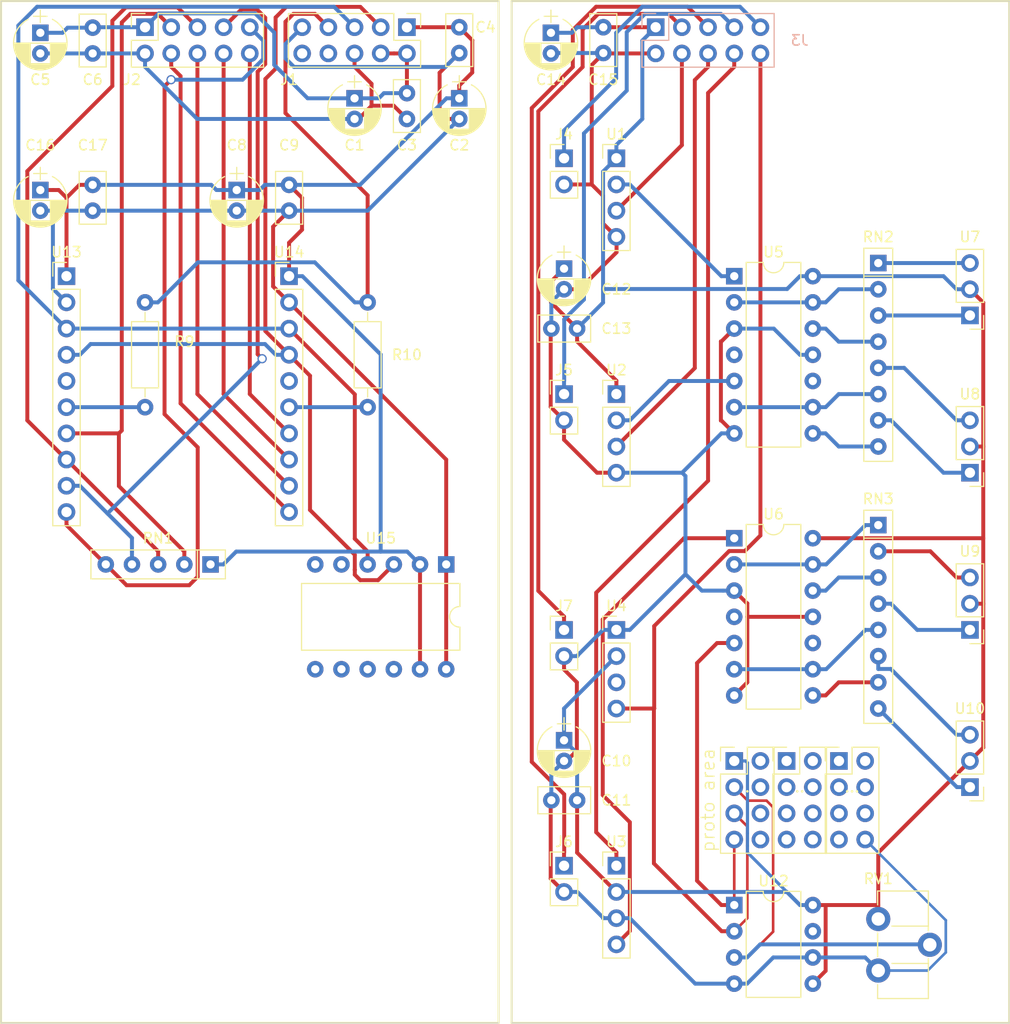
<source format=kicad_pcb>
(kicad_pcb (version 4) (host pcbnew 4.0.7)
  (layers (0 F.Cu signal) (31 B.Cu signal) (34 B.Paste user) (35 F.Paste user) (36 B.SilkS user) (37 F.SilkS user) (38 B.Mask user) (39 F.Mask user) (44 Edge.Cuts user))
  (net 0 "")
  (net 1 GND)
  (net 2 VCC)
  (net 3 "Net-(J2-Pad5)")
  (net 4 "Net-(J2-Pad7)")
  (net 5 "Net-(J2-Pad9)")
  (net 6 "Net-(J3-Pad5)")
  (net 7 "Net-(J3-Pad7)")
  (net 8 "Net-(J3-Pad9)")
  (net 9 "Net-(J3-Pad6)")
  (net 10 "Net-(J3-Pad8)")
  (net 11 "Net-(J3-Pad10)")
  (net 12 "Net-(J2-Pad10)")
  (net 13 "Net-(J2-Pad8)")
  (net 14 "Net-(J2-Pad6)")
  (net 15 "Net-(J2-Pad3)")
  (net 16 "Net-(J2-Pad4)")
  (net 17 "Net-(J3-Pad3)")
  (net 18 "Net-(J3-Pad4)")
  (net 19 +3V3)
  (net 20 GNDD)
  (net 21 "Net-(J1-Pad3)")
  (net 22 "Net-(J1-Pad5)")
  (net 23 "Net-(J1-Pad7)")
  (net 24 "Net-(J1-Pad8)")
  (net 25 "Net-(J1-Pad10)")
  (net 26 "Net-(R9-Pad1)")
  (net 27 "Net-(R10-Pad1)")
  (net 28 "Net-(RV1-Pad2)")
  (net 29 "Net-(U1-Pad2)")
  (net 30 "Net-(U2-Pad2)")
  (net 31 "Net-(U3-Pad4)")
  (net 32 "Net-(U4-Pad3)")
  (net 33 "Net-(U5-Pad10)")
  (net 34 "Net-(U5-Pad4)")
  (net 35 "Net-(U6-Pad10)")
  (net 36 "Net-(U6-Pad4)")
  (net 37 "Net-(U12-Pad1)")
  (net 38 "Net-(U12-Pad7)")
  (net 39 "Net-(U13-Pad5)")
  (net 40 "Net-(U14-Pad5)")
  (net 41 "Net-(U15-Pad7)")
  (net 42 "Net-(U15-Pad8)")
  (net 43 "Net-(U15-Pad9)")
  (net 44 "Net-(U15-Pad10)")
  (net 45 "Net-(U15-Pad5)")
  (net 46 "Net-(U15-Pad6)")
  (net 47 "Net-(RN2-Pad1)")
  (net 48 "Net-(RN2-Pad2)")
  (net 49 "Net-(RN2-Pad3)")
  (net 50 "Net-(RN2-Pad4)")
  (net 51 "Net-(RN2-Pad5)")
  (net 52 "Net-(RN2-Pad6)")
  (net 53 "Net-(RN2-Pad7)")
  (net 54 "Net-(RN2-Pad8)")
  (net 55 "Net-(RN3-Pad1)")
  (net 56 "Net-(RN3-Pad2)")
  (net 57 "Net-(RN3-Pad3)")
  (net 58 "Net-(RN3-Pad4)")
  (net 59 "Net-(RN3-Pad5)")
  (net 60 "Net-(RN3-Pad6)")
  (net 61 "Net-(RN3-Pad7)")
  (net 62 "Net-(RN3-Pad8)")
  (module Pin_Headers:Pin_Header_Straight_2x05_Pitch2.54mm (layer B.Cu) (at 219.71 53.34 270)
    (fp_text reference J3 (at 1.27 -13.97 360) (layer B.SilkS) (effects (justify mirror)))
    (fp_text value "digital header")
    (pad 1 thru_hole rect (at 0 0 270) (size 1.7 1.7) (drill 1) (layers *.Cu *.Mask) (net 2 VCC))
    (pad 2 thru_hole oval (at 2.54 0 270) (size 1.7 1.7) (drill 1) (layers *.Cu *.Mask) (net 1 GND))
    (pad 3 thru_hole oval (at 0 -2.54 270) (size 1.7 1.7) (drill 1) (layers *.Cu *.Mask) (net 17 "Net-(J3-Pad3)"))
    (pad 4 thru_hole oval (at 2.54 -2.54 270) (size 1.7 1.7) (drill 1) (layers *.Cu *.Mask) (net 18 "Net-(J3-Pad4)"))
    (pad 5 thru_hole oval (at 0 -5.08 270) (size 1.7 1.7) (drill 1) (layers *.Cu *.Mask) (net 6 "Net-(J3-Pad5)"))
    (pad 6 thru_hole oval (at 2.54 -5.08 270) (size 1.7 1.7) (drill 1) (layers *.Cu *.Mask) (net 9 "Net-(J3-Pad6)"))
    (pad 7 thru_hole oval (at 0 -7.62 270) (size 1.7 1.7) (drill 1) (layers *.Cu *.Mask) (net 7 "Net-(J3-Pad7)"))
    (pad 8 thru_hole oval (at 2.54 -7.62 270) (size 1.7 1.7) (drill 1) (layers *.Cu *.Mask) (net 10 "Net-(J3-Pad8)"))
    (pad 9 thru_hole oval (at 0 -10.16 270) (size 1.7 1.7) (drill 1) (layers *.Cu *.Mask) (net 8 "Net-(J3-Pad9)"))
    (pad 10 thru_hole oval (at 2.54 -10.16 270) (size 1.7 1.7) (drill 1) (layers *.Cu *.Mask) (net 11 "Net-(J3-Pad10)"))
  )
  (module Capacitors_THT:CP_Radial_D5.0mm_P2.00mm (layer F.Cu) (at 190.5 60.23 270)
    (fp_text reference C1 (at 4.54 0 360) (layer F.SilkS))
    (fp_text value 1uF)
    (pad 1 thru_hole rect (at 0 0 270) (size 1.6 1.6) (drill 0.8) (layers *.Cu *.Mask) (net 2 VCC))
    (pad 2 thru_hole circle (at 2 0 270) (size 1.6 1.6) (drill 0.8) (layers *.Cu *.Mask) (net 1 GND))
  )
  (module Capacitors_THT:CP_Radial_D5.0mm_P2.00mm (layer F.Cu) (at 200.66 60.23 270)
    (fp_text reference C2 (at 4.54 0 360) (layer F.SilkS))
    (fp_text value 1uF)
    (pad 1 thru_hole rect (at 0 0 270) (size 1.6 1.6) (drill 0.8) (layers *.Cu *.Mask) (net 19 +3V3))
    (pad 2 thru_hole circle (at 2 0 270) (size 1.6 1.6) (drill 0.8) (layers *.Cu *.Mask) (net 20 GNDD))
  )
  (module Capacitors_THT:C_Disc_D5.0mm_W2.5mm_P2.50mm (layer F.Cu) (at 195.58 62.23 90)
    (fp_text reference C3 (at -2.54 0 180) (layer F.SilkS))
    (fp_text value 0.1uF)
    (pad 1 thru_hole circle (at 0 0 90) (size 1.6 1.6) (drill 0.8) (layers *.Cu *.Mask) (net 1 GND))
    (pad 2 thru_hole circle (at 2.5 0 90) (size 1.6 1.6) (drill 0.8) (layers *.Cu *.Mask) (net 2 VCC))
  )
  (module Capacitors_THT:C_Disc_D5.0mm_W2.5mm_P2.50mm (layer F.Cu) (at 200.66 55.84 90)
    (fp_text reference C4 (at 2.5 2.54 180) (layer F.SilkS))
    (fp_text value 0.1uF)
    (pad 1 thru_hole circle (at 0 0 90) (size 1.6 1.6) (drill 0.8) (layers *.Cu *.Mask) (net 20 GNDD))
    (pad 2 thru_hole circle (at 2.5 0 90) (size 1.6 1.6) (drill 0.8) (layers *.Cu *.Mask) (net 19 +3V3))
  )
  (module Capacitors_THT:CP_Radial_D5.0mm_P2.00mm (layer F.Cu) (at 160.02 53.88 270)
    (fp_text reference C5 (at 4.54 0 360) (layer F.SilkS))
    (fp_text value 1uF)
    (pad 1 thru_hole rect (at 0 0 270) (size 1.6 1.6) (drill 0.8) (layers *.Cu *.Mask) (net 2 VCC))
    (pad 2 thru_hole circle (at 2 0 270) (size 1.6 1.6) (drill 0.8) (layers *.Cu *.Mask) (net 1 GND))
  )
  (module Capacitors_THT:C_Disc_D5.0mm_W2.5mm_P2.50mm (layer F.Cu) (at 165.1 55.88 90)
    (fp_text reference C6 (at -2.54 0 180) (layer F.SilkS))
    (fp_text value 0.1uF)
    (pad 1 thru_hole circle (at 0 0 90) (size 1.6 1.6) (drill 0.8) (layers *.Cu *.Mask) (net 1 GND))
    (pad 2 thru_hole circle (at 2.5 0 90) (size 1.6 1.6) (drill 0.8) (layers *.Cu *.Mask) (net 2 VCC))
  )
  (module Capacitors_THT:CP_Radial_D5.0mm_P2.00mm (layer F.Cu) (at 179.07 69.12 270)
    (fp_text reference C8 (at -4.35 0 360) (layer F.SilkS))
    (fp_text value 1uF)
    (pad 1 thru_hole rect (at 0 0 270) (size 1.6 1.6) (drill 0.8) (layers *.Cu *.Mask) (net 19 +3V3))
    (pad 2 thru_hole circle (at 2 0 270) (size 1.6 1.6) (drill 0.8) (layers *.Cu *.Mask) (net 20 GNDD))
  )
  (module Capacitors_THT:C_Disc_D5.0mm_W2.5mm_P2.50mm (layer F.Cu) (at 184.15 71.12 90)
    (fp_text reference C9 (at 6.35 0 180) (layer F.SilkS))
    (fp_text value 0.1uF)
    (pad 1 thru_hole circle (at 0 0 90) (size 1.6 1.6) (drill 0.8) (layers *.Cu *.Mask) (net 20 GNDD))
    (pad 2 thru_hole circle (at 2.5 0 90) (size 1.6 1.6) (drill 0.8) (layers *.Cu *.Mask) (net 19 +3V3))
  )
  (module Capacitors_THT:CP_Radial_D5.0mm_P2.00mm (layer F.Cu) (at 210.82 122.46 270)
    (fp_text reference C10 (at 2 -5.08 360) (layer F.SilkS))
    (fp_text value 1uF)
    (pad 1 thru_hole rect (at 0 0 270) (size 1.6 1.6) (drill 0.8) (layers *.Cu *.Mask) (net 2 VCC))
    (pad 2 thru_hole circle (at 2 0 270) (size 1.6 1.6) (drill 0.8) (layers *.Cu *.Mask) (net 1 GND))
  )
  (module Capacitors_THT:C_Disc_D5.0mm_W2.5mm_P2.50mm (layer F.Cu) (at 209.59 128.27)
    (fp_text reference C11 (at 6.31 0) (layer F.SilkS))
    (fp_text value 0.1uF)
    (pad 1 thru_hole circle (at 0 0) (size 1.6 1.6) (drill 0.8) (layers *.Cu *.Mask) (net 1 GND))
    (pad 2 thru_hole circle (at 2.5 0) (size 1.6 1.6) (drill 0.8) (layers *.Cu *.Mask) (net 2 VCC))
  )
  (module Capacitors_THT:CP_Radial_D5.0mm_P2.00mm (layer F.Cu) (at 210.82 76.74 270)
    (fp_text reference C12 (at 2 -5.08 540) (layer F.SilkS))
    (fp_text value 1uF)
    (pad 1 thru_hole rect (at 0 0 270) (size 1.6 1.6) (drill 0.8) (layers *.Cu *.Mask) (net 2 VCC))
    (pad 2 thru_hole circle (at 2 0 270) (size 1.6 1.6) (drill 0.8) (layers *.Cu *.Mask) (net 1 GND))
  )
  (module Capacitors_THT:C_Disc_D5.0mm_W2.5mm_P2.50mm (layer F.Cu) (at 209.59 82.55)
    (fp_text reference C13 (at 6.31 0) (layer F.SilkS))
    (fp_text value 0.1uF)
    (pad 1 thru_hole circle (at 0 0) (size 1.6 1.6) (drill 0.8) (layers *.Cu *.Mask) (net 1 GND))
    (pad 2 thru_hole circle (at 2.5 0) (size 1.6 1.6) (drill 0.8) (layers *.Cu *.Mask) (net 2 VCC))
  )
  (module Capacitors_THT:CP_Radial_D5.0mm_P2.00mm (layer F.Cu) (at 209.55 53.88 270)
    (fp_text reference C14 (at 4.540001 0 360) (layer F.SilkS))
    (fp_text value 1uF)
    (pad 1 thru_hole rect (at 0 0 270) (size 1.6 1.6) (drill 0.8) (layers *.Cu *.Mask) (net 2 VCC))
    (pad 2 thru_hole circle (at 2 0 270) (size 1.6 1.6) (drill 0.8) (layers *.Cu *.Mask) (net 1 GND))
  )
  (module Capacitors_THT:C_Disc_D5.0mm_W2.5mm_P2.50mm (layer F.Cu) (at 214.63 55.84 90)
    (fp_text reference C15 (at -2.58 0 180) (layer F.SilkS))
    (fp_text value 0.1uF)
    (pad 1 thru_hole circle (at 0 0 90) (size 1.6 1.6) (drill 0.8) (layers *.Cu *.Mask) (net 1 GND))
    (pad 2 thru_hole circle (at 2.5 0 90) (size 1.6 1.6) (drill 0.8) (layers *.Cu *.Mask) (net 2 VCC))
  )
  (module Capacitors_THT:CP_Radial_D5.0mm_P2.00mm (layer F.Cu) (at 160.02 69.12 270)
    (fp_text reference C16 (at -4.35 0 360) (layer F.SilkS))
    (fp_text value 1uF)
    (pad 1 thru_hole rect (at 0 0 270) (size 1.6 1.6) (drill 0.8) (layers *.Cu *.Mask) (net 19 +3V3))
    (pad 2 thru_hole circle (at 2 0 270) (size 1.6 1.6) (drill 0.8) (layers *.Cu *.Mask) (net 20 GNDD))
  )
  (module Capacitors_THT:C_Disc_D5.0mm_W2.5mm_P2.50mm (layer F.Cu) (at 165.1 71.12 90)
    (fp_text reference C17 (at 6.35 0 180) (layer F.SilkS))
    (fp_text value 0.1uF)
    (pad 1 thru_hole circle (at 0 0 90) (size 1.6 1.6) (drill 0.8) (layers *.Cu *.Mask) (net 20 GNDD))
    (pad 2 thru_hole circle (at 2.5 0 90) (size 1.6 1.6) (drill 0.8) (layers *.Cu *.Mask) (net 19 +3V3))
  )
  (module Pin_Headers:Pin_Header_Straight_2x05_Pitch2.54mm (layer F.Cu) (at 195.58 53.34 270)
    (fp_text reference J1 (at 5.08 11.43 360) (layer F.SilkS))
    (fp_text value RPi)
    (pad 1 thru_hole rect (at 0 0 270) (size 1.7 1.7) (drill 1) (layers *.Cu *.Mask) (net 19 +3V3))
    (pad 2 thru_hole oval (at 2.54 0 270) (size 1.7 1.7) (drill 1) (layers *.Cu *.Mask) (net 2 VCC))
    (pad 3 thru_hole oval (at 0 2.54 270) (size 1.7 1.7) (drill 1) (layers *.Cu *.Mask) (net 21 "Net-(J1-Pad3)"))
    (pad 4 thru_hole oval (at 2.54 2.54 270) (size 1.7 1.7) (drill 1) (layers *.Cu *.Mask) (net 2 VCC))
    (pad 5 thru_hole oval (at 0 5.08 270) (size 1.7 1.7) (drill 1) (layers *.Cu *.Mask) (net 22 "Net-(J1-Pad5)"))
    (pad 6 thru_hole oval (at 2.54 5.08 270) (size 1.7 1.7) (drill 1) (layers *.Cu *.Mask) (net 1 GND))
    (pad 7 thru_hole oval (at 0 7.62 270) (size 1.7 1.7) (drill 1) (layers *.Cu *.Mask) (net 23 "Net-(J1-Pad7)"))
    (pad 8 thru_hole oval (at 2.54 7.62 270) (size 1.7 1.7) (drill 1) (layers *.Cu *.Mask) (net 24 "Net-(J1-Pad8)"))
    (pad 9 thru_hole oval (at 0 10.16 270) (size 1.7 1.7) (drill 1) (layers *.Cu *.Mask) (net 20 GNDD))
    (pad 10 thru_hole oval (at 2.54 10.16 270) (size 1.7 1.7) (drill 1) (layers *.Cu *.Mask) (net 25 "Net-(J1-Pad10)"))
  )
  (module Pin_Headers:Pin_Header_Straight_1x02_Pitch2.54mm (layer F.Cu) (at 210.82 66.04)
    (fp_text reference J4 (at 0 -2.33) (layer F.SilkS))
    (fp_text value 1x2)
    (pad 1 thru_hole rect (at 0 0) (size 1.7 1.7) (drill 1) (layers *.Cu *.Mask) (net 8 "Net-(J3-Pad9)"))
    (pad 2 thru_hole oval (at 0 2.54) (size 1.7 1.7) (drill 1) (layers *.Cu *.Mask) (net 1 GND))
  )
  (module Pin_Headers:Pin_Header_Straight_1x02_Pitch2.54mm (layer F.Cu) (at 210.82 88.9)
    (fp_text reference J5 (at 0 -2.33) (layer F.SilkS))
    (fp_text value 1x2)
    (pad 1 thru_hole rect (at 0 0) (size 1.7 1.7) (drill 1) (layers *.Cu *.Mask) (net 7 "Net-(J3-Pad7)"))
    (pad 2 thru_hole oval (at 0 2.54) (size 1.7 1.7) (drill 1) (layers *.Cu *.Mask) (net 1 GND))
  )
  (module Pin_Headers:Pin_Header_Straight_1x02_Pitch2.54mm (layer F.Cu) (at 210.82 134.62)
    (fp_text reference J6 (at 0 -2.33) (layer F.SilkS))
    (fp_text value 1x2)
    (pad 1 thru_hole rect (at 0 0) (size 1.7 1.7) (drill 1) (layers *.Cu *.Mask) (net 6 "Net-(J3-Pad5)"))
    (pad 2 thru_hole oval (at 0 2.54) (size 1.7 1.7) (drill 1) (layers *.Cu *.Mask) (net 1 GND))
  )
  (module Pin_Headers:Pin_Header_Straight_1x02_Pitch2.54mm (layer F.Cu) (at 210.82 111.76)
    (fp_text reference J7 (at 0 -2.33) (layer F.SilkS))
    (fp_text value 1x2)
    (pad 1 thru_hole rect (at 0 0) (size 1.7 1.7) (drill 1) (layers *.Cu *.Mask) (net 17 "Net-(J3-Pad3)"))
    (pad 2 thru_hole oval (at 0 2.54) (size 1.7 1.7) (drill 1) (layers *.Cu *.Mask) (net 1 GND))
  )
  (module Resistors_THT:R_Axial_DIN0207_L6.3mm_D2.5mm_P10.16mm_Horizontal (layer F.Cu) (at 170.18 90.17 90)
    (fp_text reference R9 (at 6.35 3.81 360) (layer F.SilkS))
    (fp_text value 4.7k)
    (pad 1 thru_hole circle (at 0 0 90) (size 1.6 1.6) (drill 0.8) (layers *.Cu *.Mask) (net 26 "Net-(R9-Pad1)"))
    (pad 2 thru_hole oval (at 10.16 0 90) (size 1.6 1.6) (drill 0.8) (layers *.Cu *.Mask) (net 23 "Net-(J1-Pad7)"))
  )
  (module Resistors_THT:R_Axial_DIN0207_L6.3mm_D2.5mm_P10.16mm_Horizontal (layer F.Cu) (at 191.77 90.17 90)
    (fp_text reference R10 (at 5.08 3.81 360) (layer F.SilkS))
    (fp_text value 4.7k)
    (pad 1 thru_hole circle (at 0 0 90) (size 1.6 1.6) (drill 0.8) (layers *.Cu *.Mask) (net 27 "Net-(R10-Pad1)"))
    (pad 2 thru_hole oval (at 10.16 0 90) (size 1.6 1.6) (drill 0.8) (layers *.Cu *.Mask) (net 23 "Net-(J1-Pad7)"))
  )
  (module Resistors_THT:R_Array_SIP5 (layer F.Cu) (at 176.53 105.41 180)
    (fp_text reference RN1 (at 5.08 2.54 180) (layer F.SilkS))
    (fp_text value 4x100K)
    (pad 1 thru_hole rect (at 0 0 180) (size 1.6 1.6) (drill 0.8) (layers *.Cu *.Mask) (net 19 +3V3))
    (pad 2 thru_hole oval (at 2.54 0 180) (size 1.6 1.6) (drill 0.8) (layers *.Cu *.Mask) (net 15 "Net-(J2-Pad3)"))
    (pad 3 thru_hole oval (at 5.08 0 180) (size 1.6 1.6) (drill 0.8) (layers *.Cu *.Mask) (net 3 "Net-(J2-Pad5)"))
    (pad 4 thru_hole oval (at 7.62 0 180) (size 1.6 1.6) (drill 0.8) (layers *.Cu *.Mask) (net 4 "Net-(J2-Pad7)"))
    (pad 5 thru_hole oval (at 10.16 0 180) (size 1.6 1.6) (drill 0.8) (layers *.Cu *.Mask) (net 5 "Net-(J2-Pad9)"))
  )
  (module Potentiometers:Potentiometer_Trimmer_Piher_PT-10h5_Vertical_Px5.0mm_Py5.0mm (layer F.Cu) (at 241.3 139.78)
    (fp_text reference RV1 (at 0 -3.9) (layer F.SilkS))
    (fp_text value 10K)
    (pad 3 thru_hole circle (at 0 5) (size 2.34 2.34) (drill 1.3) (layers *.Cu *.Mask) (net 1 GND))
    (pad 2 thru_hole circle (at 5 2.5) (size 2.34 2.34) (drill 1.3) (layers *.Cu *.Mask) (net 28 "Net-(RV1-Pad2)"))
    (pad 1 thru_hole circle (at 0 0) (size 2.34 2.34) (drill 1.3) (layers *.Cu *.Mask) (net 2 VCC))
  )
  (module Socket_Strips:Socket_Strip_Straight_1x04_Pitch2.54mm (layer F.Cu) (at 215.9 66.04)
    (fp_text reference U1 (at 0 -2.33) (layer F.SilkS))
    (fp_text value MQ-8)
    (pad 1 thru_hole rect (at 0 0) (size 1.7 1.7) (drill 1) (layers *.Cu *.Mask) (net 2 VCC))
    (pad 2 thru_hole oval (at 0 2.54) (size 1.7 1.7) (drill 1) (layers *.Cu *.Mask) (net 29 "Net-(U1-Pad2)"))
    (pad 3 thru_hole oval (at 0 5.08) (size 1.7 1.7) (drill 1) (layers *.Cu *.Mask) (net 18 "Net-(J3-Pad4)"))
    (pad 4 thru_hole oval (at 0 7.62) (size 1.7 1.7) (drill 1) (layers *.Cu *.Mask) (net 1 GND))
  )
  (module Socket_Strips:Socket_Strip_Straight_1x04_Pitch2.54mm (layer F.Cu) (at 215.9 88.9)
    (fp_text reference U2 (at 0 -2.33) (layer F.SilkS))
    (fp_text value MQ-4)
    (pad 1 thru_hole rect (at 0 0) (size 1.7 1.7) (drill 1) (layers *.Cu *.Mask) (net 2 VCC))
    (pad 2 thru_hole oval (at 0 2.54) (size 1.7 1.7) (drill 1) (layers *.Cu *.Mask) (net 30 "Net-(U2-Pad2)"))
    (pad 3 thru_hole oval (at 0 5.08) (size 1.7 1.7) (drill 1) (layers *.Cu *.Mask) (net 9 "Net-(J3-Pad6)"))
    (pad 4 thru_hole oval (at 0 7.62) (size 1.7 1.7) (drill 1) (layers *.Cu *.Mask) (net 1 GND))
  )
  (module Socket_Strips:Socket_Strip_Straight_1x04_Pitch2.54mm (layer F.Cu) (at 215.9 134.62)
    (fp_text reference U3 (at 0 -2.33) (layer F.SilkS))
    (fp_text value CO2)
    (pad 1 thru_hole rect (at 0 0) (size 1.7 1.7) (drill 1) (layers *.Cu *.Mask) (net 10 "Net-(J3-Pad8)"))
    (pad 2 thru_hole oval (at 0 2.54) (size 1.7 1.7) (drill 1) (layers *.Cu *.Mask) (net 2 VCC))
    (pad 3 thru_hole oval (at 0 5.08) (size 1.7 1.7) (drill 1) (layers *.Cu *.Mask) (net 1 GND))
    (pad 4 thru_hole oval (at 0 7.62) (size 1.7 1.7) (drill 1) (layers *.Cu *.Mask) (net 31 "Net-(U3-Pad4)"))
  )
  (module Socket_Strips:Socket_Strip_Straight_1x04_Pitch2.54mm (layer F.Cu) (at 215.9 111.76)
    (fp_text reference U4 (at 0 -2.33) (layer F.SilkS))
    (fp_text value O2)
    (pad 1 thru_hole rect (at 0 0) (size 1.7 1.7) (drill 1) (layers *.Cu *.Mask) (net 1 GND))
    (pad 2 thru_hole oval (at 0 2.54) (size 1.7 1.7) (drill 1) (layers *.Cu *.Mask) (net 2 VCC))
    (pad 3 thru_hole oval (at 0 5.08) (size 1.7 1.7) (drill 1) (layers *.Cu *.Mask) (net 32 "Net-(U4-Pad3)"))
    (pad 4 thru_hole oval (at 0 7.62) (size 1.7 1.7) (drill 1) (layers *.Cu *.Mask) (net 11 "Net-(J3-Pad10)"))
  )
  (module Housings_DIP:DIP-14_W7.62mm (layer F.Cu) (at 227.33 77.47)
    (fp_text reference U5 (at 3.81 -2.33) (layer F.SilkS))
    (fp_text value 7407)
    (pad 1 thru_hole rect (at 0 0) (size 1.6 1.6) (drill 0.8) (layers *.Cu *.Mask) (net 29 "Net-(U1-Pad2)"))
    (pad 8 thru_hole oval (at 7.62 15.24) (size 1.6 1.6) (drill 0.8) (layers *.Cu *.Mask) (net 54 "Net-(RN2-Pad8)"))
    (pad 2 thru_hole oval (at 0 2.54) (size 1.6 1.6) (drill 0.8) (layers *.Cu *.Mask) (net 48 "Net-(RN2-Pad2)"))
    (pad 9 thru_hole oval (at 7.62 12.7) (size 1.6 1.6) (drill 0.8) (layers *.Cu *.Mask) (net 52 "Net-(RN2-Pad6)"))
    (pad 3 thru_hole oval (at 0 5.08) (size 1.6 1.6) (drill 0.8) (layers *.Cu *.Mask) (net 1 GND))
    (pad 10 thru_hole oval (at 7.62 10.16) (size 1.6 1.6) (drill 0.8) (layers *.Cu *.Mask) (net 33 "Net-(U5-Pad10)"))
    (pad 4 thru_hole oval (at 0 7.62) (size 1.6 1.6) (drill 0.8) (layers *.Cu *.Mask) (net 34 "Net-(U5-Pad4)"))
    (pad 11 thru_hole oval (at 7.62 7.62) (size 1.6 1.6) (drill 0.8) (layers *.Cu *.Mask) (net 1 GND))
    (pad 5 thru_hole oval (at 0 10.16) (size 1.6 1.6) (drill 0.8) (layers *.Cu *.Mask) (net 30 "Net-(U2-Pad2)"))
    (pad 12 thru_hole oval (at 7.62 5.08) (size 1.6 1.6) (drill 0.8) (layers *.Cu *.Mask) (net 50 "Net-(RN2-Pad4)"))
    (pad 6 thru_hole oval (at 0 12.7) (size 1.6 1.6) (drill 0.8) (layers *.Cu *.Mask) (net 52 "Net-(RN2-Pad6)"))
    (pad 13 thru_hole oval (at 7.62 2.54) (size 1.6 1.6) (drill 0.8) (layers *.Cu *.Mask) (net 48 "Net-(RN2-Pad2)"))
    (pad 7 thru_hole oval (at 0 15.24) (size 1.6 1.6) (drill 0.8) (layers *.Cu *.Mask) (net 1 GND))
    (pad 14 thru_hole oval (at 7.62 0) (size 1.6 1.6) (drill 0.8) (layers *.Cu *.Mask) (net 2 VCC))
  )
  (module Housings_DIP:DIP-14_W7.62mm (layer F.Cu) (at 227.33 102.87)
    (fp_text reference U6 (at 3.81 -2.33) (layer F.SilkS))
    (fp_text value 7407)
    (pad 1 thru_hole rect (at 0 0) (size 1.6 1.6) (drill 0.8) (layers *.Cu *.Mask) (net 31 "Net-(U3-Pad4)"))
    (pad 8 thru_hole oval (at 7.62 15.24) (size 1.6 1.6) (drill 0.8) (layers *.Cu *.Mask) (net 61 "Net-(RN3-Pad7)"))
    (pad 2 thru_hole oval (at 0 2.54) (size 1.6 1.6) (drill 0.8) (layers *.Cu *.Mask) (net 55 "Net-(RN3-Pad1)"))
    (pad 9 thru_hole oval (at 7.62 12.7) (size 1.6 1.6) (drill 0.8) (layers *.Cu *.Mask) (net 59 "Net-(RN3-Pad5)"))
    (pad 3 thru_hole oval (at 0 5.08) (size 1.6 1.6) (drill 0.8) (layers *.Cu *.Mask) (net 1 GND))
    (pad 10 thru_hole oval (at 7.62 10.16) (size 1.6 1.6) (drill 0.8) (layers *.Cu *.Mask) (net 35 "Net-(U6-Pad10)"))
    (pad 4 thru_hole oval (at 0 7.62) (size 1.6 1.6) (drill 0.8) (layers *.Cu *.Mask) (net 36 "Net-(U6-Pad4)"))
    (pad 11 thru_hole oval (at 7.62 7.62) (size 1.6 1.6) (drill 0.8) (layers *.Cu *.Mask) (net 1 GND))
    (pad 5 thru_hole oval (at 0 10.16) (size 1.6 1.6) (drill 0.8) (layers *.Cu *.Mask) (net 37 "Net-(U12-Pad1)"))
    (pad 12 thru_hole oval (at 7.62 5.08) (size 1.6 1.6) (drill 0.8) (layers *.Cu *.Mask) (net 57 "Net-(RN3-Pad3)"))
    (pad 6 thru_hole oval (at 0 12.7) (size 1.6 1.6) (drill 0.8) (layers *.Cu *.Mask) (net 59 "Net-(RN3-Pad5)"))
    (pad 13 thru_hole oval (at 7.62 2.54) (size 1.6 1.6) (drill 0.8) (layers *.Cu *.Mask) (net 55 "Net-(RN3-Pad1)"))
    (pad 7 thru_hole oval (at 0 15.24) (size 1.6 1.6) (drill 0.8) (layers *.Cu *.Mask) (net 1 GND))
    (pad 14 thru_hole oval (at 7.62 0) (size 1.6 1.6) (drill 0.8) (layers *.Cu *.Mask) (net 2 VCC))
  )
  (module Socket_Strips:Socket_Strip_Straight_1x03_Pitch2.54mm (layer F.Cu) (at 250.19 96.52 180)
    (fp_text reference U8 (at 0 7.62 180) (layer F.SilkS))
    (fp_text value "RG LED")
    (pad 1 thru_hole rect (at 0 0 180) (size 1.7 1.7) (drill 1) (layers *.Cu *.Mask) (net 53 "Net-(RN2-Pad7)"))
    (pad 2 thru_hole oval (at 0 2.54 180) (size 1.7 1.7) (drill 1) (layers *.Cu *.Mask) (net 2 VCC))
    (pad 3 thru_hole oval (at 0 5.08 180) (size 1.7 1.7) (drill 1) (layers *.Cu *.Mask) (net 51 "Net-(RN2-Pad5)"))
  )
  (module Socket_Strips:Socket_Strip_Straight_1x03_Pitch2.54mm (layer F.Cu) (at 250.19 111.76 180)
    (fp_text reference U9 (at 0 7.62 180) (layer F.SilkS))
    (fp_text value "RG LED")
    (pad 1 thru_hole rect (at 0 0 180) (size 1.7 1.7) (drill 1) (layers *.Cu *.Mask) (net 58 "Net-(RN3-Pad4)"))
    (pad 2 thru_hole oval (at 0 2.54 180) (size 1.7 1.7) (drill 1) (layers *.Cu *.Mask) (net 2 VCC))
    (pad 3 thru_hole oval (at 0 5.08 180) (size 1.7 1.7) (drill 1) (layers *.Cu *.Mask) (net 56 "Net-(RN3-Pad2)"))
  )
  (module Socket_Strips:Socket_Strip_Straight_1x03_Pitch2.54mm (layer F.Cu) (at 250.19 127 180)
    (fp_text reference U10 (at 0 7.62 180) (layer F.SilkS))
    (fp_text value "RG LED")
    (pad 1 thru_hole rect (at 0 0 180) (size 1.7 1.7) (drill 1) (layers *.Cu *.Mask) (net 62 "Net-(RN3-Pad8)"))
    (pad 2 thru_hole oval (at 0 2.54 180) (size 1.7 1.7) (drill 1) (layers *.Cu *.Mask) (net 2 VCC))
    (pad 3 thru_hole oval (at 0 5.08 180) (size 1.7 1.7) (drill 1) (layers *.Cu *.Mask) (net 60 "Net-(RN3-Pad6)"))
  )
  (module Housings_DIP:DIP-8_W7.62mm (layer F.Cu) (at 227.33 138.43)
    (fp_text reference U12 (at 3.81 -2.33) (layer F.SilkS))
    (fp_text value LM393)
    (pad 1 thru_hole rect (at 0 0) (size 1.6 1.6) (drill 0.8) (layers *.Cu *.Mask) (net 37 "Net-(U12-Pad1)"))
    (pad 5 thru_hole oval (at 7.62 7.62) (size 1.6 1.6) (drill 0.8) (layers *.Cu *.Mask) (net 2 VCC))
    (pad 2 thru_hole oval (at 0 2.54) (size 1.6 1.6) (drill 0.8) (layers *.Cu *.Mask) (net 11 "Net-(J3-Pad10)"))
    (pad 6 thru_hole oval (at 7.62 5.08) (size 1.6 1.6) (drill 0.8) (layers *.Cu *.Mask) (net 1 GND))
    (pad 3 thru_hole oval (at 0 5.08) (size 1.6 1.6) (drill 0.8) (layers *.Cu *.Mask) (net 28 "Net-(RV1-Pad2)"))
    (pad 7 thru_hole oval (at 7.62 2.54) (size 1.6 1.6) (drill 0.8) (layers *.Cu *.Mask) (net 38 "Net-(U12-Pad7)"))
    (pad 4 thru_hole oval (at 0 7.62) (size 1.6 1.6) (drill 0.8) (layers *.Cu *.Mask) (net 1 GND))
    (pad 8 thru_hole oval (at 7.62 0) (size 1.6 1.6) (drill 0.8) (layers *.Cu *.Mask) (net 2 VCC))
  )
  (module Socket_Strips:Socket_Strip_Straight_1x10_Pitch2.54mm (layer F.Cu) (at 162.56 77.47)
    (fp_text reference U13 (at 0 -2.33) (layer F.SilkS))
    (fp_text value ads1x15)
    (pad 1 thru_hole rect (at 0 0) (size 1.7 1.7) (drill 1) (layers *.Cu *.Mask) (net 19 +3V3))
    (pad 2 thru_hole oval (at 0 2.54) (size 1.7 1.7) (drill 1) (layers *.Cu *.Mask) (net 20 GNDD))
    (pad 3 thru_hole oval (at 0 5.08) (size 1.7 1.7) (drill 1) (layers *.Cu *.Mask) (net 22 "Net-(J1-Pad5)"))
    (pad 4 thru_hole oval (at 0 7.62) (size 1.7 1.7) (drill 1) (layers *.Cu *.Mask) (net 21 "Net-(J1-Pad3)"))
    (pad 5 thru_hole oval (at 0 10.16) (size 1.7 1.7) (drill 1) (layers *.Cu *.Mask) (net 39 "Net-(U13-Pad5)"))
    (pad 6 thru_hole oval (at 0 12.7) (size 1.7 1.7) (drill 1) (layers *.Cu *.Mask) (net 26 "Net-(R9-Pad1)"))
    (pad 7 thru_hole oval (at 0 15.24) (size 1.7 1.7) (drill 1) (layers *.Cu *.Mask) (net 15 "Net-(J2-Pad3)"))
    (pad 8 thru_hole oval (at 0 17.78) (size 1.7 1.7) (drill 1) (layers *.Cu *.Mask) (net 3 "Net-(J2-Pad5)"))
    (pad 9 thru_hole oval (at 0 20.32) (size 1.7 1.7) (drill 1) (layers *.Cu *.Mask) (net 4 "Net-(J2-Pad7)"))
    (pad 10 thru_hole oval (at 0 22.86) (size 1.7 1.7) (drill 1) (layers *.Cu *.Mask) (net 5 "Net-(J2-Pad9)"))
  )
  (module Socket_Strips:Socket_Strip_Straight_1x10_Pitch2.54mm (layer F.Cu) (at 184.15 77.47)
    (fp_text reference U14 (at 0 -2.33) (layer F.SilkS))
    (fp_text value ads1x15)
    (pad 1 thru_hole rect (at 0 0) (size 1.7 1.7) (drill 1) (layers *.Cu *.Mask) (net 19 +3V3))
    (pad 2 thru_hole oval (at 0 2.54) (size 1.7 1.7) (drill 1) (layers *.Cu *.Mask) (net 20 GNDD))
    (pad 3 thru_hole oval (at 0 5.08) (size 1.7 1.7) (drill 1) (layers *.Cu *.Mask) (net 22 "Net-(J1-Pad5)"))
    (pad 4 thru_hole oval (at 0 7.62) (size 1.7 1.7) (drill 1) (layers *.Cu *.Mask) (net 21 "Net-(J1-Pad3)"))
    (pad 5 thru_hole oval (at 0 10.16) (size 1.7 1.7) (drill 1) (layers *.Cu *.Mask) (net 40 "Net-(U14-Pad5)"))
    (pad 6 thru_hole oval (at 0 12.7) (size 1.7 1.7) (drill 1) (layers *.Cu *.Mask) (net 27 "Net-(R10-Pad1)"))
    (pad 7 thru_hole oval (at 0 15.24) (size 1.7 1.7) (drill 1) (layers *.Cu *.Mask) (net 12 "Net-(J2-Pad10)"))
    (pad 8 thru_hole oval (at 0 17.78) (size 1.7 1.7) (drill 1) (layers *.Cu *.Mask) (net 13 "Net-(J2-Pad8)"))
    (pad 9 thru_hole oval (at 0 20.32) (size 1.7 1.7) (drill 1) (layers *.Cu *.Mask) (net 14 "Net-(J2-Pad6)"))
    (pad 10 thru_hole oval (at 0 22.86) (size 1.7 1.7) (drill 1) (layers *.Cu *.Mask) (net 16 "Net-(J2-Pad4)"))
  )
  (module Housings_DIP:DIP-12_W10.16mm (layer F.Cu) (at 199.39 105.41 270)
    (fp_text reference U15 (at -2.54 6.35 360) (layer F.SilkS))
    (fp_text value BME280)
    (pad 1 thru_hole rect (at 0 0 270) (size 1.6 1.6) (drill 0.8) (layers *.Cu *.Mask) (net 20 GNDD))
    (pad 7 thru_hole oval (at 10.16 12.7 270) (size 1.6 1.6) (drill 0.8) (layers *.Cu *.Mask) (net 41 "Net-(U15-Pad7)"))
    (pad 2 thru_hole oval (at 0 2.54 270) (size 1.6 1.6) (drill 0.8) (layers *.Cu *.Mask) (net 19 +3V3))
    (pad 8 thru_hole oval (at 10.16 10.16 270) (size 1.6 1.6) (drill 0.8) (layers *.Cu *.Mask) (net 42 "Net-(U15-Pad8)"))
    (pad 3 thru_hole oval (at 0 5.08 270) (size 1.6 1.6) (drill 0.8) (layers *.Cu *.Mask) (net 21 "Net-(J1-Pad3)"))
    (pad 9 thru_hole oval (at 10.16 7.62 270) (size 1.6 1.6) (drill 0.8) (layers *.Cu *.Mask) (net 43 "Net-(U15-Pad9)"))
    (pad 4 thru_hole oval (at 0 7.62 270) (size 1.6 1.6) (drill 0.8) (layers *.Cu *.Mask) (net 22 "Net-(J1-Pad5)"))
    (pad 10 thru_hole oval (at 10.16 5.08 270) (size 1.6 1.6) (drill 0.8) (layers *.Cu *.Mask) (net 44 "Net-(U15-Pad10)"))
    (pad 5 thru_hole oval (at 0 10.16 270) (size 1.6 1.6) (drill 0.8) (layers *.Cu *.Mask) (net 45 "Net-(U15-Pad5)"))
    (pad 11 thru_hole oval (at 10.16 2.54 270) (size 1.6 1.6) (drill 0.8) (layers *.Cu *.Mask) (net 19 +3V3))
    (pad 6 thru_hole oval (at 0 12.7 270) (size 1.6 1.6) (drill 0.8) (layers *.Cu *.Mask) (net 46 "Net-(U15-Pad6)"))
    (pad 12 thru_hole oval (at 10.16 0 270) (size 1.6 1.6) (drill 0.8) (layers *.Cu *.Mask) (net 20 GNDD))
  )
  (module Socket_Strips:Socket_Strip_Straight_2x05_Pitch2.54mm (layer F.Cu) (at 170.18 53.34 90)
    (fp_text reference J2 (at -5.08 -1.27 180) (layer F.SilkS))
    (fp_text value "digital header")
    (pad 1 thru_hole rect (at 0 0 90) (size 1.7 1.7) (drill 1) (layers *.Cu *.Mask) (net 2 VCC))
    (pad 2 thru_hole oval (at -2.54 0 90) (size 1.7 1.7) (drill 1) (layers *.Cu *.Mask) (net 1 GND))
    (pad 3 thru_hole oval (at 0 2.54 90) (size 1.7 1.7) (drill 1) (layers *.Cu *.Mask) (net 15 "Net-(J2-Pad3)"))
    (pad 4 thru_hole oval (at -2.54 2.54 90) (size 1.7 1.7) (drill 1) (layers *.Cu *.Mask) (net 16 "Net-(J2-Pad4)"))
    (pad 5 thru_hole oval (at 0 5.08 90) (size 1.7 1.7) (drill 1) (layers *.Cu *.Mask) (net 3 "Net-(J2-Pad5)"))
    (pad 6 thru_hole oval (at -2.54 5.08 90) (size 1.7 1.7) (drill 1) (layers *.Cu *.Mask) (net 14 "Net-(J2-Pad6)"))
    (pad 7 thru_hole oval (at 0 7.62 90) (size 1.7 1.7) (drill 1) (layers *.Cu *.Mask) (net 4 "Net-(J2-Pad7)"))
    (pad 8 thru_hole oval (at -2.54 7.62 90) (size 1.7 1.7) (drill 1) (layers *.Cu *.Mask) (net 13 "Net-(J2-Pad8)"))
    (pad 9 thru_hole oval (at 0 10.16 90) (size 1.7 1.7) (drill 1) (layers *.Cu *.Mask) (net 5 "Net-(J2-Pad9)"))
    (pad 10 thru_hole oval (at -2.54 10.16 90) (size 1.7 1.7) (drill 1) (layers *.Cu *.Mask) (net 12 "Net-(J2-Pad10)"))
  )
  (module Resistors_THT:R_Array_SIP8 (layer F.Cu) (at 241.3 76.2 270)
    (fp_text reference RN2 (at -2.54 0 360) (layer F.SilkS))
    (fp_text value 4x150)
    (pad 1 thru_hole rect (at 0 0 270) (size 1.6 1.6) (drill 0.8) (layers *.Cu *.Mask) (net 47 "Net-(RN2-Pad1)"))
    (pad 2 thru_hole oval (at 2.54 0 270) (size 1.6 1.6) (drill 0.8) (layers *.Cu *.Mask) (net 48 "Net-(RN2-Pad2)"))
    (pad 3 thru_hole oval (at 5.08 0 270) (size 1.6 1.6) (drill 0.8) (layers *.Cu *.Mask) (net 49 "Net-(RN2-Pad3)"))
    (pad 4 thru_hole oval (at 7.62 0 270) (size 1.6 1.6) (drill 0.8) (layers *.Cu *.Mask) (net 50 "Net-(RN2-Pad4)"))
    (pad 5 thru_hole oval (at 10.16 0 270) (size 1.6 1.6) (drill 0.8) (layers *.Cu *.Mask) (net 51 "Net-(RN2-Pad5)"))
    (pad 6 thru_hole oval (at 12.7 0 270) (size 1.6 1.6) (drill 0.8) (layers *.Cu *.Mask) (net 52 "Net-(RN2-Pad6)"))
    (pad 7 thru_hole oval (at 15.24 0 270) (size 1.6 1.6) (drill 0.8) (layers *.Cu *.Mask) (net 53 "Net-(RN2-Pad7)"))
    (pad 8 thru_hole oval (at 17.78 0 270) (size 1.6 1.6) (drill 0.8) (layers *.Cu *.Mask) (net 54 "Net-(RN2-Pad8)"))
  )
  (module Resistors_THT:R_Array_SIP8 (layer F.Cu) (at 241.3 101.6 270)
    (fp_text reference RN3 (at -2.54 0 360) (layer F.SilkS))
    (fp_text value 4x150)
    (pad 1 thru_hole rect (at 0 0 270) (size 1.6 1.6) (drill 0.8) (layers *.Cu *.Mask) (net 55 "Net-(RN3-Pad1)"))
    (pad 2 thru_hole oval (at 2.54 0 270) (size 1.6 1.6) (drill 0.8) (layers *.Cu *.Mask) (net 56 "Net-(RN3-Pad2)"))
    (pad 3 thru_hole oval (at 5.08 0 270) (size 1.6 1.6) (drill 0.8) (layers *.Cu *.Mask) (net 57 "Net-(RN3-Pad3)"))
    (pad 4 thru_hole oval (at 7.62 0 270) (size 1.6 1.6) (drill 0.8) (layers *.Cu *.Mask) (net 58 "Net-(RN3-Pad4)"))
    (pad 5 thru_hole oval (at 10.16 0 270) (size 1.6 1.6) (drill 0.8) (layers *.Cu *.Mask) (net 59 "Net-(RN3-Pad5)"))
    (pad 6 thru_hole oval (at 12.7 0 270) (size 1.6 1.6) (drill 0.8) (layers *.Cu *.Mask) (net 60 "Net-(RN3-Pad6)"))
    (pad 7 thru_hole oval (at 15.24 0 270) (size 1.6 1.6) (drill 0.8) (layers *.Cu *.Mask) (net 61 "Net-(RN3-Pad7)"))
    (pad 8 thru_hole oval (at 17.78 0 270) (size 1.6 1.6) (drill 0.8) (layers *.Cu *.Mask) (net 62 "Net-(RN3-Pad8)"))
  )
  (module Pin_Headers:Pin_Header_Straight_1x03_Pitch2.54mm (layer F.Cu) (at 250.19 81.28 180)
    (fp_text reference U7 (at 0 7.62 180) (layer F.SilkS))
    (fp_text value "RG LED")
    (pad 1 thru_hole rect (at 0 0 180) (size 1.7 1.7) (drill 1) (layers *.Cu *.Mask) (net 49 "Net-(RN2-Pad3)"))
    (pad 2 thru_hole oval (at 0 2.54 180) (size 1.7 1.7) (drill 1) (layers *.Cu *.Mask) (net 2 VCC))
    (pad 3 thru_hole oval (at 0 5.08 180) (size 1.7 1.7) (drill 1) (layers *.Cu *.Mask) (net 47 "Net-(RN2-Pad1)"))
  )
  (module Pin_Headers:Pin_Header_Straight_2x04_Pitch2.54mm (layer F.Cu) (at 227.33 124.46)
    (fp_text reference . (at 1.27 2.54) (layer F.SilkS))
    (fp_text value .)
    (pad 1 thru_hole rect (at 0 0) (size 1.7 1.7) (drill 1) (layers *.Cu *.Mask) (net 2 VCC))
    (pad 2 thru_hole oval (at 2.54 0) (size 1.7 1.7) (drill 1) (layers *.Cu *.Mask))
    (pad 3 thru_hole oval (at 0 2.54) (size 1.7 1.7) (drill 1) (layers *.Cu *.Mask) (net 28 "Net-(RV1-Pad2)"))
    (pad 4 thru_hole oval (at 2.54 2.54) (size 1.7 1.7) (drill 1) (layers *.Cu *.Mask))
    (pad 5 thru_hole oval (at 0 5.08) (size 1.7 1.7) (drill 1) (layers *.Cu *.Mask) (net 11 "Net-(J3-Pad10)"))
    (pad 6 thru_hole oval (at 2.54 5.08) (size 1.7 1.7) (drill 1) (layers *.Cu *.Mask))
    (pad 7 thru_hole circle (at 0 7.62) (size 1.7 1.7) (drill 1) (layers *.Cu *.Mask) (net 37 "Net-(U12-Pad1)"))
    (pad 8 thru_hole oval (at 2.54 7.62) (size 1.7 1.7) (drill 1) (layers *.Cu *.Mask))
  )
  (module Pin_Headers:Pin_Header_Straight_2x04_Pitch2.54mm (layer F.Cu) (at 232.41 124.46)
    (fp_text reference .. (at 1.27 2.54) (layer F.SilkS))
    (fp_text value .)
    (pad 1 thru_hole rect (at 0 0) (size 1.7 1.7) (drill 1) (layers *.Cu *.Mask))
    (pad 2 thru_hole oval (at 2.54 0) (size 1.7 1.7) (drill 1) (layers *.Cu *.Mask))
    (pad 3 thru_hole oval (at 0 2.54) (size 1.7 1.7) (drill 1) (layers *.Cu *.Mask))
    (pad 4 thru_hole oval (at 2.54 2.54) (size 1.7 1.7) (drill 1) (layers *.Cu *.Mask))
    (pad 5 thru_hole oval (at 0 5.08) (size 1.7 1.7) (drill 1) (layers *.Cu *.Mask))
    (pad 6 thru_hole oval (at 2.54 5.08) (size 1.7 1.7) (drill 1) (layers *.Cu *.Mask))
    (pad 7 thru_hole oval (at 0 7.62) (size 1.7 1.7) (drill 1) (layers *.Cu *.Mask))
    (pad 8 thru_hole oval (at 2.54 7.62) (size 1.7 1.7) (drill 1) (layers *.Cu *.Mask))
  )
  (module Pin_Headers:Pin_Header_Straight_2x04_Pitch2.54mm (layer F.Cu) (at 237.49 124.46)
    (fp_text reference ... (at 1.27 2.54) (layer F.SilkS))
    (fp_text value ,)
    (pad 1 thru_hole rect (at 0 0) (size 1.7 1.7) (drill 1) (layers *.Cu *.Mask))
    (pad 2 thru_hole oval (at 2.54 0) (size 1.7 1.7) (drill 1) (layers *.Cu *.Mask))
    (pad 3 thru_hole oval (at 0 2.54) (size 1.7 1.7) (drill 1) (layers *.Cu *.Mask))
    (pad 4 thru_hole oval (at 2.54 2.54) (size 1.7 1.7) (drill 1) (layers *.Cu *.Mask))
    (pad 5 thru_hole oval (at 0 5.08) (size 1.7 1.7) (drill 1) (layers *.Cu *.Mask))
    (pad 6 thru_hole oval (at 2.54 5.08) (size 1.7 1.7) (drill 1) (layers *.Cu *.Mask))
    (pad 7 thru_hole oval (at 0 7.62) (size 1.7 1.7) (drill 1) (layers *.Cu *.Mask))
    (pad 8 thru_hole oval (at 2.54 7.62) (size 1.7 1.7) (drill 1) (layers *.Cu *.Mask) (net 1 GND))
  )
  (gr_line (start 254 50.8) (end 205.74 50.8) (layer F.SilkS) (width 0.2))
  (gr_line (start 254 149.86) (end 254 50.8) (layer F.SilkS) (width 0.2))
  (gr_line (start 205.74 149.86) (end 254 149.86) (layer F.SilkS) (width 0.2))
  (gr_line (start 205.74 50.8) (end 205.74 149.86) (layer F.SilkS) (width 0.2))
  (gr_line (start 204.47 50.8) (end 156.21 50.8) (layer F.SilkS) (width 0.2))
  (gr_line (start 204.47 149.86) (end 204.47 50.8) (layer F.SilkS) (width 0.2))
  (gr_line (start 156.21 149.86) (end 204.47 149.86) (layer F.SilkS) (width 0.2))
  (gr_line (start 156.21 50.8) (end 156.21 149.86) (layer F.SilkS) (width 0.2))
  (gr_line (start 156.21 50.8) (end 204.47 50.8) (layer Edge.Cuts) (width 0.1))
  (gr_line (start 205.74 149.86) (end 254 149.86) (layer Edge.Cuts) (width 0.1))
  (gr_line (start 156.21 149.86) (end 204.47 149.86) (layer Edge.Cuts) (width 0.1))
  (gr_line (start 204.47 50.8) (end 204.47 149.86) (layer Edge.Cuts) (width 0.1))
  (gr_line (start 205.74 50.8) (end 205.74 149.86) (layer Edge.Cuts) (width 0.1))
  (gr_line (start 156.21 50.8) (end 156.21 149.86) (layer Edge.Cuts) (width 0.1))
  (gr_line (start 254 50.8) (end 254 149.86) (layer Edge.Cuts) (width 0.1))
  (gr_line (start 205.74 50.8) (end 254 50.8) (layer Edge.Cuts) (width 0.1))
  (gr_text "proto area" (at 224.79 128.27 90) (layer F.SilkS) (effects (font (size 1.27 1.27) (thickness 0.127))))
  (segment (start 215.9 96.52) (end 214.019186 96.52) (width 0.381) (layer F.Cu) (net 1))
  (segment (start 210.82 93.320814) (end 210.82 91.44) (width 0.381) (layer F.Cu) (net 1))
  (segment (start 214.019186 96.52) (end 210.82 93.320814) (width 0.381) (layer F.Cu) (net 1))
  (segment (start 191.7448 61.3775) (end 192.148577 60.973723) (width 0.381) (layer F.Cu) (net 1))
  (segment (start 192.148577 60.973723) (end 192.148577 58.823377) (width 0.381) (layer F.Cu) (net 1))
  (segment (start 192.148577 58.823377) (end 190.5 57.1748) (width 0.381) (layer F.Cu) (net 1))
  (segment (start 190.5 57.1748) (end 190.5 55.88) (width 0.381) (layer F.Cu) (net 1))
  (segment (start 191.7448 61.3775) (end 192.177099 60.945201) (width 0.381) (layer F.Cu) (net 1))
  (segment (start 192.177099 60.945201) (end 194.295201 60.945201) (width 0.381) (layer F.Cu) (net 1))
  (segment (start 194.295201 60.945201) (end 195.58 62.23) (width 0.381) (layer F.Cu) (net 1))
  (segment (start 215.9 73.66) (end 215.898353 73.66) (width 0.381) (layer F.Cu) (net 1))
  (segment (start 215.898353 73.66) (end 214.6052 72.366847) (width 0.381) (layer F.Cu) (net 1))
  (segment (start 214.6052 72.366847) (end 214.6052 69.6787) (width 0.381) (layer F.Cu) (net 1))
  (segment (start 214.6052 69.6787) (end 213.5065 68.58) (width 0.381) (layer F.Cu) (net 1))
  (segment (start 210.82 78.74) (end 210.820677 78.739323) (width 0.381) (layer F.Cu) (net 1))
  (segment (start 210.820677 78.739323) (end 212.328414 78.739323) (width 0.381) (layer F.Cu) (net 1))
  (segment (start 215.915053 75.152684) (end 215.915053 73.699951) (width 0.381) (layer F.Cu) (net 1))
  (segment (start 212.328414 78.739323) (end 215.915053 75.152684) (width 0.381) (layer F.Cu) (net 1))
  (segment (start 227.33 92.71) (end 226.0852 91.4652) (width 0.381) (layer F.Cu) (net 1))
  (segment (start 226.0852 91.4652) (end 226.0349 91.4652) (width 0.381) (layer F.Cu) (net 1))
  (segment (start 226.0349 91.4652) (end 226.0349 83.7948) (width 0.381) (layer F.Cu) (net 1))
  (segment (start 226.0349 83.7948) (end 226.0852 83.7948) (width 0.381) (layer F.Cu) (net 1))
  (segment (start 226.0852 83.7948) (end 227.33 82.55) (width 0.381) (layer F.Cu) (net 1))
  (segment (start 227.33 107.95) (end 228.564472 109.184472) (width 0.381) (layer F.Cu) (net 1))
  (segment (start 228.564472 109.184472) (end 228.6 109.184472) (width 0.381) (layer F.Cu) (net 1))
  (segment (start 228.6 109.184472) (end 228.6 110.49) (width 0.381) (layer F.Cu) (net 1))
  (segment (start 227.33 118.11) (end 228.6 116.84) (width 0.381) (layer F.Cu) (net 1))
  (segment (start 228.6 116.84) (end 228.6 110.49) (width 0.381) (layer F.Cu) (net 1))
  (segment (start 241.3 144.78) (end 246.095482 144.78) (width 0.254) (layer B.Cu) (net 1))
  (segment (start 246.095482 144.78) (end 247.851001 143.024481) (width 0.254) (layer B.Cu) (net 1))
  (segment (start 247.851001 143.024481) (end 247.851001 139.901001) (width 0.254) (layer B.Cu) (net 1))
  (segment (start 247.851001 139.901001) (end 240.879999 132.929999) (width 0.254) (layer B.Cu) (net 1))
  (segment (start 240.879999 132.929999) (end 240.03 132.08) (width 0.254) (layer B.Cu) (net 1))
  (segment (start 231.1652 82.55) (end 227.33 82.55) (width 0.381) (layer B.Cu) (net 1))
  (segment (start 233.7052 85.09) (end 231.1652 82.55) (width 0.381) (layer B.Cu) (net 1))
  (segment (start 234.95 85.09) (end 233.7052 85.09) (width 0.381) (layer B.Cu) (net 1))
  (segment (start 212.1148 114.2504) (end 212.1148 114.3) (width 0.381) (layer B.Cu) (net 1))
  (segment (start 214.6052 111.76) (end 212.1148 114.2504) (width 0.381) (layer B.Cu) (net 1))
  (segment (start 210.82 114.3) (end 212.1148 114.3) (width 0.381) (layer B.Cu) (net 1))
  (segment (start 214.6052 139.6504) (end 212.1148 137.16) (width 0.381) (layer B.Cu) (net 1))
  (segment (start 214.6052 139.7) (end 214.6052 139.6504) (width 0.381) (layer B.Cu) (net 1))
  (segment (start 210.82 137.16) (end 212.1148 137.16) (width 0.381) (layer B.Cu) (net 1))
  (segment (start 215.9 139.7) (end 214.6052 139.7) (width 0.381) (layer B.Cu) (net 1))
  (segment (start 215.9 139.7) (end 217.1948 139.7) (width 0.381) (layer B.Cu) (net 1))
  (segment (start 209.5251 128.3349) (end 209.59 128.27) (width 0.381) (layer F.Cu) (net 1))
  (segment (start 209.5251 135.8651) (end 209.5251 128.3349) (width 0.381) (layer F.Cu) (net 1))
  (segment (start 210.82 137.16) (end 209.5251 135.8651) (width 0.381) (layer F.Cu) (net 1))
  (segment (start 209.59 79.97) (end 210.82 78.74) (width 0.381) (layer B.Cu) (net 1))
  (segment (start 209.59 82.55) (end 209.59 79.97) (width 0.381) (layer B.Cu) (net 1))
  (segment (start 209.59 125.69) (end 210.82 124.46) (width 0.381) (layer B.Cu) (net 1))
  (segment (start 209.59 128.27) (end 209.59 125.69) (width 0.381) (layer B.Cu) (net 1))
  (segment (start 209.59 55.84) (end 209.55 55.88) (width 0.381) (layer B.Cu) (net 1))
  (segment (start 214.63 55.84) (end 209.59 55.84) (width 0.381) (layer B.Cu) (net 1))
  (segment (start 196.1033 62.23) (end 195.58 62.23) (width 0.381) (layer B.Cu) (net 1))
  (segment (start 170.18 55.88) (end 165.1 55.88) (width 0.381) (layer B.Cu) (net 1))
  (segment (start 165.1 55.88) (end 160.02 55.88) (width 0.381) (layer B.Cu) (net 1))
  (segment (start 175.2352 62.23) (end 170.18 57.1748) (width 0.381) (layer B.Cu) (net 1))
  (segment (start 190.5 62.23) (end 175.2352 62.23) (width 0.381) (layer B.Cu) (net 1))
  (segment (start 170.18 55.88) (end 170.18 57.1748) (width 0.381) (layer B.Cu) (net 1))
  (segment (start 223.5448 146.05) (end 227.33 146.05) (width 0.381) (layer B.Cu) (net 1))
  (segment (start 217.1948 139.7) (end 223.5448 146.05) (width 0.381) (layer B.Cu) (net 1))
  (segment (start 227.33 146.05) (end 228.5748 146.05) (width 0.381) (layer B.Cu) (net 1))
  (segment (start 231.1148 143.51) (end 234.95 143.51) (width 0.381) (layer B.Cu) (net 1))
  (segment (start 228.5748 146.05) (end 231.1148 143.51) (width 0.381) (layer B.Cu) (net 1))
  (segment (start 240.03 143.51) (end 241.3 144.78) (width 0.381) (layer B.Cu) (net 1))
  (segment (start 234.95 143.51) (end 240.03 143.51) (width 0.381) (layer B.Cu) (net 1))
  (segment (start 190.8923 62.23) (end 191.7448 61.3775) (width 0.381) (layer F.Cu) (net 1))
  (segment (start 190.5 62.23) (end 190.8923 62.23) (width 0.381) (layer F.Cu) (net 1))
  (segment (start 209.5251 90.1451) (end 210.82 91.44) (width 0.381) (layer F.Cu) (net 1))
  (segment (start 209.5251 82.6149) (end 209.5251 90.1451) (width 0.381) (layer F.Cu) (net 1))
  (segment (start 209.59 82.55) (end 209.5251 82.6149) (width 0.381) (layer F.Cu) (net 1))
  (segment (start 219.71 55.88) (end 218.4152 55.88) (width 0.381) (layer F.Cu) (net 1))
  (segment (start 214.63 55.88) (end 218.4152 55.88) (width 0.381) (layer F.Cu) (net 1))
  (segment (start 214.63 55.84) (end 214.63 55.88) (width 0.381) (layer F.Cu) (net 1))
  (segment (start 215.3209 111.76) (end 214.6052 111.76) (width 0.381) (layer B.Cu) (net 1))
  (segment (start 215.3209 111.76) (end 215.9 111.76) (width 0.381) (layer B.Cu) (net 1))
  (segment (start 227.33 107.95) (end 226.2441 107.95) (width 0.381) (layer B.Cu) (net 1))
  (segment (start 215.9 111.76) (end 217.1948 111.76) (width 0.381) (layer B.Cu) (net 1))
  (segment (start 227.33 92.71) (end 226.0852 92.71) (width 0.381) (layer B.Cu) (net 1))
  (segment (start 215.9 96.52) (end 222.2752 96.52) (width 0.381) (layer B.Cu) (net 1))
  (segment (start 222.2752 96.52) (end 226.0852 92.71) (width 0.381) (layer B.Cu) (net 1))
  (segment (start 222.5986 96.8434) (end 222.2752 96.52) (width 0.381) (layer B.Cu) (net 1))
  (segment (start 222.5986 106.3562) (end 222.5986 96.8434) (width 0.381) (layer B.Cu) (net 1))
  (segment (start 224.1924 107.95) (end 222.5986 106.3562) (width 0.381) (layer B.Cu) (net 1))
  (segment (start 226.2441 107.95) (end 224.1924 107.95) (width 0.381) (layer B.Cu) (net 1))
  (segment (start 222.5986 106.3562) (end 217.1948 111.76) (width 0.381) (layer B.Cu) (net 1))
  (segment (start 234.95 110.49) (end 233.7052 110.49) (width 0.381) (layer F.Cu) (net 1))
  (segment (start 228.6 110.49) (end 233.7052 110.49) (width 0.381) (layer F.Cu) (net 1))
  (segment (start 211.065 124.46) (end 210.82 124.46) (width 0.381) (layer F.Cu) (net 1))
  (segment (start 212.0649 123.4601) (end 211.065 124.46) (width 0.381) (layer F.Cu) (net 1))
  (segment (start 212.0649 116.8397) (end 212.0649 123.4601) (width 0.381) (layer F.Cu) (net 1))
  (segment (start 210.82 115.5948) (end 212.0649 116.8397) (width 0.381) (layer F.Cu) (net 1))
  (segment (start 210.82 114.3) (end 210.82 115.5948) (width 0.381) (layer F.Cu) (net 1))
  (segment (start 210.82 68.58) (end 212.1148 68.58) (width 0.381) (layer F.Cu) (net 1))
  (segment (start 213.5065 68.58) (end 212.1148 68.58) (width 0.381) (layer F.Cu) (net 1))
  (segment (start 213.5065 57.0035) (end 213.5065 68.58) (width 0.381) (layer F.Cu) (net 1))
  (segment (start 214.63 55.88) (end 213.5065 57.0035) (width 0.381) (layer F.Cu) (net 1))
  (segment (start 165.1 53.38) (end 162.670952 53.38) (width 0.381) (layer B.Cu) (net 2))
  (segment (start 162.670952 53.38) (end 162.170952 53.88) (width 0.381) (layer B.Cu) (net 2))
  (segment (start 162.170952 53.88) (end 160.02 53.88) (width 0.381) (layer B.Cu) (net 2))
  (segment (start 214.63 53.34) (end 212.105204 53.34) (width 0.381) (layer B.Cu) (net 2))
  (segment (start 212.105204 53.34) (end 211.565204 53.88) (width 0.381) (layer B.Cu) (net 2))
  (segment (start 211.565204 53.88) (end 209.55 53.88) (width 0.381) (layer B.Cu) (net 2))
  (segment (start 170.18 53.34) (end 171.5207 51.9993) (width 0.381) (layer B.Cu) (net 2))
  (segment (start 171.5207 51.9993) (end 180.8575 51.9993) (width 0.381) (layer B.Cu) (net 2))
  (segment (start 180.8575 51.9993) (end 182.710609 53.852409) (width 0.381) (layer B.Cu) (net 2))
  (segment (start 182.710609 53.852409) (end 182.710609 56.988119) (width 0.381) (layer B.Cu) (net 2))
  (segment (start 182.710609 56.988119) (end 185.95249 60.23) (width 0.381) (layer B.Cu) (net 2))
  (segment (start 185.95249 60.23) (end 190.5 60.23) (width 0.381) (layer B.Cu) (net 2))
  (segment (start 195.58 59.73) (end 193.352403 59.73) (width 0.381) (layer B.Cu) (net 2))
  (segment (start 193.352403 59.73) (end 192.852403 60.23) (width 0.381) (layer B.Cu) (net 2))
  (segment (start 192.852403 60.23) (end 190.5 60.23) (width 0.381) (layer B.Cu) (net 2))
  (segment (start 234.95 146.05) (end 236.1948 144.8052) (width 0.381) (layer F.Cu) (net 2))
  (segment (start 236.1948 144.8052) (end 236.1948 138.43) (width 0.381) (layer F.Cu) (net 2))
  (segment (start 228.613047 132.683625) (end 228.613047 133.338422) (width 0.3048) (layer B.Cu) (net 2))
  (segment (start 228.613047 133.338422) (end 232.434625 137.16) (width 0.3048) (layer B.Cu) (net 2))
  (segment (start 232.434625 137.16) (end 232.4352 137.16) (width 0.3048) (layer B.Cu) (net 2))
  (segment (start 227.33 124.46) (end 228.434 124.46) (width 0.3048) (layer B.Cu) (net 2))
  (segment (start 228.434 124.46) (end 228.613599 124.639599) (width 0.3048) (layer B.Cu) (net 2))
  (segment (start 228.613599 124.639599) (end 228.613599 131.476927) (width 0.3048) (layer B.Cu) (net 2))
  (segment (start 228.613599 131.476927) (end 228.613599 132.683073) (width 0.3048) (layer B.Cu) (net 2))
  (segment (start 250.19 78.74) (end 248.8952 78.74) (width 0.381) (layer B.Cu) (net 2))
  (segment (start 210.82 119.38) (end 210.82 122.46) (width 0.381) (layer B.Cu) (net 2))
  (segment (start 215.9 114.3) (end 210.82 119.38) (width 0.381) (layer B.Cu) (net 2))
  (segment (start 232.4352 137.16) (end 215.9 137.16) (width 0.381) (layer B.Cu) (net 2))
  (segment (start 233.7052 138.43) (end 232.4352 137.16) (width 0.381) (layer B.Cu) (net 2))
  (segment (start 234.95 138.43) (end 233.7052 138.43) (width 0.381) (layer B.Cu) (net 2))
  (segment (start 212.09 133.35) (end 212.09 128.27) (width 0.381) (layer F.Cu) (net 2))
  (segment (start 215.9 137.16) (end 212.09 133.35) (width 0.381) (layer F.Cu) (net 2))
  (segment (start 219.71 53.34) (end 214.63 53.34) (width 0.381) (layer F.Cu) (net 2))
  (segment (start 209.5544 78.0056) (end 210.82 76.74) (width 0.381) (layer F.Cu) (net 2))
  (segment (start 209.5544 80.0144) (end 209.5544 78.0056) (width 0.381) (layer F.Cu) (net 2))
  (segment (start 212.09 82.55) (end 209.5544 80.0144) (width 0.381) (layer F.Cu) (net 2))
  (segment (start 212.09 83.7952) (end 212.09 82.55) (width 0.381) (layer F.Cu) (net 2))
  (segment (start 215.9 87.6052) (end 212.09 83.7952) (width 0.381) (layer F.Cu) (net 2))
  (segment (start 215.9 88.9) (end 215.9 87.6052) (width 0.381) (layer F.Cu) (net 2))
  (segment (start 250.19 109.22) (end 251.4848 109.22) (width 0.381) (layer F.Cu) (net 2))
  (segment (start 251.4848 123.1652) (end 250.19 124.46) (width 0.381) (layer F.Cu) (net 2))
  (segment (start 251.4848 109.22) (end 251.4848 123.1652) (width 0.381) (layer F.Cu) (net 2))
  (segment (start 193.04 55.88) (end 194.3348 55.88) (width 0.381) (layer F.Cu) (net 2))
  (segment (start 195.58 59.73) (end 195.58 55.88) (width 0.381) (layer F.Cu) (net 2))
  (segment (start 195.58 55.88) (end 194.3348 55.88) (width 0.381) (layer F.Cu) (net 2))
  (segment (start 212.09 123.73) (end 210.82 122.46) (width 0.381) (layer B.Cu) (net 2))
  (segment (start 212.09 128.27) (end 212.09 123.73) (width 0.381) (layer B.Cu) (net 2))
  (segment (start 247.6252 77.47) (end 234.95 77.47) (width 0.381) (layer B.Cu) (net 2))
  (segment (start 248.8952 78.74) (end 247.6252 77.47) (width 0.381) (layer B.Cu) (net 2))
  (segment (start 232.4603 78.7149) (end 214.6051 78.7149) (width 0.381) (layer B.Cu) (net 2))
  (segment (start 233.7052 77.47) (end 232.4603 78.7149) (width 0.381) (layer B.Cu) (net 2))
  (segment (start 214.6051 67.3349) (end 214.6051 78.7149) (width 0.381) (layer B.Cu) (net 2))
  (segment (start 215.9 66.04) (end 214.6051 67.3349) (width 0.381) (layer B.Cu) (net 2))
  (segment (start 214.6051 80.0349) (end 212.09 82.55) (width 0.381) (layer B.Cu) (net 2))
  (segment (start 214.6051 78.7149) (end 214.6051 80.0349) (width 0.381) (layer B.Cu) (net 2))
  (segment (start 234.95 77.47) (end 233.7052 77.47) (width 0.381) (layer B.Cu) (net 2))
  (segment (start 218.4152 62.23) (end 215.9 64.7452) (width 0.381) (layer B.Cu) (net 2))
  (segment (start 218.4152 54.6348) (end 218.4152 62.23) (width 0.381) (layer B.Cu) (net 2))
  (segment (start 219.71 53.34) (end 218.4152 54.6348) (width 0.381) (layer B.Cu) (net 2))
  (segment (start 215.9 66.04) (end 215.9 64.7452) (width 0.381) (layer B.Cu) (net 2))
  (segment (start 251.4848 102.87) (end 251.4848 109.22) (width 0.381) (layer F.Cu) (net 2))
  (segment (start 251.4848 102.87) (end 234.95 102.87) (width 0.381) (layer F.Cu) (net 2))
  (segment (start 234.95 138.43) (end 236.1948 138.43) (width 0.381) (layer F.Cu) (net 2))
  (segment (start 241.3 133.35) (end 241.3 138.43) (width 0.381) (layer F.Cu) (net 2))
  (segment (start 250.19 124.46) (end 241.3 133.35) (width 0.381) (layer F.Cu) (net 2))
  (segment (start 241.3 138.43) (end 241.3 139.78) (width 0.381) (layer F.Cu) (net 2))
  (segment (start 165.14 53.34) (end 165.1 53.38) (width 0.381) (layer B.Cu) (net 2))
  (segment (start 170.18 53.34) (end 165.14 53.34) (width 0.381) (layer B.Cu) (net 2))
  (segment (start 241.3 138.43) (end 236.1948 138.43) (width 0.381) (layer F.Cu) (net 2))
  (segment (start 251.4848 93.98) (end 251.4848 102.87) (width 0.381) (layer F.Cu) (net 2))
  (segment (start 250.19 93.98) (end 251.4848 93.98) (width 0.381) (layer F.Cu) (net 2))
  (segment (start 251.4848 80.0348) (end 251.4848 93.98) (width 0.381) (layer F.Cu) (net 2))
  (segment (start 250.19 78.74) (end 251.4848 80.0348) (width 0.381) (layer F.Cu) (net 2))
  (segment (start 175.26 53.34) (end 173.327 51.407) (width 0.381) (layer F.Cu) (net 3))
  (segment (start 173.327 51.407) (end 168.318444 51.407) (width 0.381) (layer F.Cu) (net 3))
  (segment (start 168.318444 51.407) (end 167.008365 52.717079) (width 0.381) (layer F.Cu) (net 3))
  (segment (start 167.008365 52.717079) (end 167.008365 59.039535) (width 0.381) (layer F.Cu) (net 3))
  (segment (start 158.7605 67.2874) (end 158.7605 91.4505) (width 0.381) (layer F.Cu) (net 3))
  (segment (start 167.008365 59.039535) (end 158.7605 67.2874) (width 0.381) (layer F.Cu) (net 3))
  (segment (start 158.7605 91.4505) (end 162.56 95.25) (width 0.381) (layer F.Cu) (net 3))
  (segment (start 162.56 95.25) (end 171.45 104.14) (width 0.381) (layer F.Cu) (net 3))
  (segment (start 171.45 104.14) (end 171.45 105.41) (width 0.381) (layer F.Cu) (net 3))
  (segment (start 177.8 53.34) (end 179.543494 51.596506) (width 0.381) (layer F.Cu) (net 4))
  (segment (start 179.543494 51.596506) (end 181.016255 51.596506) (width 0.381) (layer F.Cu) (net 4))
  (segment (start 181.016255 51.596506) (end 181.836734 52.416985) (width 0.381) (layer F.Cu) (net 4))
  (segment (start 181.102035 85.038535) (end 181.537 85.4735) (width 0.381) (layer F.Cu) (net 4))
  (segment (start 181.836734 52.416985) (end 181.836734 56.908566) (width 0.381) (layer F.Cu) (net 4))
  (segment (start 181.836734 56.908566) (end 181.102035 57.643265) (width 0.381) (layer F.Cu) (net 4))
  (segment (start 181.102035 57.643265) (end 181.102035 85.038535) (width 0.381) (layer F.Cu) (net 4))
  (via (at 181.537 85.4735) (size 0.889) (layers F.Cu B.Cu) (net 4))
  (segment (start 162.56 97.79) (end 163.8548 97.79) (width 0.381) (layer B.Cu) (net 4))
  (segment (start 168.91 105.41) (end 168.91 104.1652) (width 0.381) (layer B.Cu) (net 4))
  (segment (start 166.5377 100.4728) (end 181.537 85.4735) (width 0.381) (layer B.Cu) (net 4))
  (segment (start 163.8548 97.79) (end 166.5377 100.4728) (width 0.381) (layer B.Cu) (net 4))
  (segment (start 168.91 102.8452) (end 168.91 104.1652) (width 0.381) (layer B.Cu) (net 4))
  (segment (start 166.5377 100.4728) (end 168.91 102.8452) (width 0.381) (layer B.Cu) (net 4))
  (segment (start 166.37 105.41) (end 168.39183 107.43183) (width 0.381) (layer F.Cu) (net 5))
  (segment (start 168.39183 107.43183) (end 174.457482 107.43183) (width 0.381) (layer F.Cu) (net 5))
  (segment (start 174.457482 107.43183) (end 175.2851 106.604212) (width 0.381) (layer F.Cu) (net 5))
  (segment (start 175.2851 106.604212) (end 175.2851 94.057922) (width 0.381) (layer F.Cu) (net 5))
  (segment (start 175.2851 94.057922) (end 172.070026 90.842848) (width 0.381) (layer F.Cu) (net 5))
  (segment (start 172.070026 90.842848) (end 172.070026 59.058174) (width 0.381) (layer F.Cu) (net 5))
  (segment (start 172.070026 59.058174) (end 172.7035 58.4247) (width 0.381) (layer F.Cu) (net 5))
  (segment (start 166.37 105.41) (end 162.56 101.6) (width 0.381) (layer F.Cu) (net 5))
  (segment (start 162.56 101.6) (end 162.56 100.33) (width 0.381) (layer F.Cu) (net 5))
  (via (at 172.7035 58.4247) (size 0.889) (layers F.Cu B.Cu) (net 5))
  (segment (start 179.6432 58.4247) (end 172.7035 58.4247) (width 0.381) (layer B.Cu) (net 5))
  (segment (start 181.6451 56.4228) (end 179.6432 58.4247) (width 0.381) (layer B.Cu) (net 5))
  (segment (start 181.6451 54.6451) (end 181.6451 56.4228) (width 0.381) (layer B.Cu) (net 5))
  (segment (start 180.34 53.34) (end 181.6451 54.6451) (width 0.381) (layer B.Cu) (net 5))
  (segment (start 222.8037 51.3537) (end 224.79 53.34) (width 0.381) (layer F.Cu) (net 6))
  (segment (start 213.926 51.3537) (end 222.8037 51.3537) (width 0.381) (layer F.Cu) (net 6))
  (segment (start 211.6707 53.609) (end 213.926 51.3537) (width 0.381) (layer F.Cu) (net 6))
  (segment (start 211.6707 57.1939) (end 211.6707 53.609) (width 0.381) (layer F.Cu) (net 6))
  (segment (start 207.6916 61.173) (end 211.6707 57.1939) (width 0.381) (layer F.Cu) (net 6))
  (segment (start 207.6916 124.5515) (end 207.6916 61.173) (width 0.381) (layer F.Cu) (net 6))
  (segment (start 210.84 127.6999) (end 207.6916 124.5515) (width 0.381) (layer F.Cu) (net 6))
  (segment (start 210.84 133.3052) (end 210.84 127.6999) (width 0.381) (layer F.Cu) (net 6))
  (segment (start 210.82 133.3252) (end 210.84 133.3052) (width 0.381) (layer F.Cu) (net 6))
  (segment (start 210.82 134.62) (end 210.82 133.3252) (width 0.381) (layer F.Cu) (net 6))
  (segment (start 210.82 88.9) (end 210.82 87.6052) (width 0.381) (layer B.Cu) (net 7))
  (segment (start 226.0351 52.0451) (end 227.33 53.34) (width 0.381) (layer B.Cu) (net 7))
  (segment (start 218.6674 52.0451) (end 226.0351 52.0451) (width 0.381) (layer B.Cu) (net 7))
  (segment (start 216.8986 53.8139) (end 218.6674 52.0451) (width 0.381) (layer B.Cu) (net 7))
  (segment (start 216.8986 59.4833) (end 216.8986 53.8139) (width 0.381) (layer B.Cu) (net 7))
  (segment (start 212.7502 63.6317) (end 216.8986 59.4833) (width 0.381) (layer B.Cu) (net 7))
  (segment (start 212.7502 79.7381) (end 212.7502 63.6317) (width 0.381) (layer B.Cu) (net 7))
  (segment (start 210.84 81.6483) (end 212.7502 79.7381) (width 0.381) (layer B.Cu) (net 7))
  (segment (start 210.84 87.5852) (end 210.84 81.6483) (width 0.381) (layer B.Cu) (net 7))
  (segment (start 210.82 87.6052) (end 210.84 87.5852) (width 0.381) (layer B.Cu) (net 7))
  (segment (start 227.8837 51.3537) (end 229.87 53.34) (width 0.381) (layer B.Cu) (net 8))
  (segment (start 218.407 51.3537) (end 227.8837 51.3537) (width 0.381) (layer B.Cu) (net 8))
  (segment (start 215.8749 53.8858) (end 218.407 51.3537) (width 0.381) (layer B.Cu) (net 8))
  (segment (start 215.8749 58.2998) (end 215.8749 53.8858) (width 0.381) (layer B.Cu) (net 8))
  (segment (start 210.82 63.3547) (end 215.8749 58.2998) (width 0.381) (layer B.Cu) (net 8))
  (segment (start 210.82 66.04) (end 210.82 63.3547) (width 0.381) (layer B.Cu) (net 8))
  (segment (start 223.5025 86.3775) (end 215.9 93.98) (width 0.381) (layer F.Cu) (net 9))
  (segment (start 223.5025 58.4623) (end 223.5025 86.3775) (width 0.381) (layer F.Cu) (net 9))
  (segment (start 224.79 57.1748) (end 223.5025 58.4623) (width 0.381) (layer F.Cu) (net 9))
  (segment (start 224.79 55.88) (end 224.79 57.1748) (width 0.381) (layer F.Cu) (net 9))
  (segment (start 215.9 134.62) (end 215.9 133.3252) (width 0.381) (layer F.Cu) (net 10))
  (segment (start 227.33 55.88) (end 227.33 57.1748) (width 0.381) (layer F.Cu) (net 10))
  (segment (start 224.79 59.7148) (end 227.33 57.1748) (width 0.381) (layer F.Cu) (net 10))
  (segment (start 224.79 97.3028) (end 224.79 59.7148) (width 0.381) (layer F.Cu) (net 10))
  (segment (start 213.9393 108.1535) (end 224.79 97.3028) (width 0.381) (layer F.Cu) (net 10))
  (segment (start 213.9393 131.3645) (end 213.9393 108.1535) (width 0.381) (layer F.Cu) (net 10))
  (segment (start 215.9 133.3252) (end 213.9393 131.3645) (width 0.381) (layer F.Cu) (net 10))
  (segment (start 227.33 140.97) (end 226.112218 140.97) (width 0.381) (layer F.Cu) (net 11))
  (segment (start 226.112218 140.97) (end 219.536526 134.394308) (width 0.381) (layer F.Cu) (net 11))
  (segment (start 219.536526 134.394308) (end 219.536526 119.409374) (width 0.381) (layer F.Cu) (net 11))
  (segment (start 219.536526 119.409374) (end 219.5659 119.38) (width 0.381) (layer F.Cu) (net 11))
  (segment (start 227.33 140.97) (end 228.6 139.7) (width 0.254) (layer F.Cu) (net 11))
  (segment (start 228.6 139.7) (end 228.6 130.81) (width 0.254) (layer F.Cu) (net 11))
  (segment (start 228.6 130.81) (end 228.179999 130.389999) (width 0.254) (layer F.Cu) (net 11))
  (segment (start 228.179999 130.389999) (end 227.33 129.54) (width 0.254) (layer F.Cu) (net 11))
  (segment (start 215.9 119.38) (end 217.1948 119.38) (width 0.381) (layer F.Cu) (net 11))
  (segment (start 217.1948 119.38) (end 219.5659 119.38) (width 0.381) (layer F.Cu) (net 11))
  (segment (start 229.87 102.6028) (end 229.87 55.88) (width 0.381) (layer F.Cu) (net 11))
  (segment (start 228.3579 104.1149) (end 229.87 102.6028) (width 0.381) (layer F.Cu) (net 11))
  (segment (start 226.8386 104.1149) (end 228.3579 104.1149) (width 0.381) (layer F.Cu) (net 11))
  (segment (start 219.5659 111.3876) (end 226.8386 104.1149) (width 0.381) (layer F.Cu) (net 11))
  (segment (start 219.5659 119.38) (end 219.5659 111.3876) (width 0.381) (layer F.Cu) (net 11))
  (segment (start 180.34 88.9) (end 180.34 55.88) (width 0.381) (layer F.Cu) (net 12))
  (segment (start 184.15 92.71) (end 180.34 88.9) (width 0.381) (layer F.Cu) (net 12))
  (segment (start 177.8 88.9) (end 184.15 95.25) (width 0.381) (layer F.Cu) (net 13))
  (segment (start 177.8 55.88) (end 177.8 88.9) (width 0.381) (layer F.Cu) (net 13))
  (segment (start 175.26 88.9) (end 175.26 55.88) (width 0.381) (layer F.Cu) (net 14))
  (segment (start 184.15 97.79) (end 175.26 88.9) (width 0.381) (layer F.Cu) (net 14))
  (segment (start 172.72 53.34) (end 171.4251 52.0451) (width 0.381) (layer F.Cu) (net 15))
  (segment (start 171.4251 52.0451) (end 168.751209 52.0451) (width 0.381) (layer F.Cu) (net 15))
  (segment (start 168.751209 52.0451) (end 167.919532 52.876777) (width 0.381) (layer F.Cu) (net 15))
  (segment (start 167.919532 52.876777) (end 167.919532 92.430468) (width 0.381) (layer F.Cu) (net 15))
  (segment (start 167.919532 92.430468) (end 167.64 92.71) (width 0.381) (layer F.Cu) (net 15))
  (segment (start 173.99 105.41) (end 173.99 104.1652) (width 0.381) (layer F.Cu) (net 15))
  (segment (start 162.56 92.71) (end 163.8548 92.71) (width 0.381) (layer F.Cu) (net 15))
  (segment (start 167.64 92.71) (end 163.8548 92.71) (width 0.381) (layer F.Cu) (net 15))
  (segment (start 167.64 97.8152) (end 173.99 104.1652) (width 0.381) (layer F.Cu) (net 15))
  (segment (start 167.64 92.71) (end 167.64 97.8152) (width 0.381) (layer F.Cu) (net 15))
  (segment (start 172.72 55.88) (end 172.72 57.1748) (width 0.381) (layer F.Cu) (net 16))
  (segment (start 173.6258 58.0806) (end 172.72 57.1748) (width 0.381) (layer F.Cu) (net 16))
  (segment (start 173.6258 89.8058) (end 173.6258 58.0806) (width 0.381) (layer F.Cu) (net 16))
  (segment (start 184.15 100.33) (end 173.6258 89.8058) (width 0.381) (layer F.Cu) (net 16))
  (segment (start 210.82 111.76) (end 210.82 110.4652) (width 0.381) (layer F.Cu) (net 17))
  (segment (start 220.9551 52.0451) (end 222.25 53.34) (width 0.381) (layer F.Cu) (net 17))
  (segment (start 214.1355 52.0451) (end 220.9551 52.0451) (width 0.381) (layer F.Cu) (net 17))
  (segment (start 212.6236 53.557) (end 214.1355 52.0451) (width 0.381) (layer F.Cu) (net 17))
  (segment (start 212.6236 57.1939) (end 212.6236 53.557) (width 0.381) (layer F.Cu) (net 17))
  (segment (start 208.327 61.4905) (end 212.6236 57.1939) (width 0.381) (layer F.Cu) (net 17))
  (segment (start 208.327 107.9722) (end 208.327 61.4905) (width 0.381) (layer F.Cu) (net 17))
  (segment (start 210.82 110.4652) (end 208.327 107.9722) (width 0.381) (layer F.Cu) (net 17))
  (segment (start 222.25 64.77) (end 222.25 55.88) (width 0.381) (layer F.Cu) (net 18))
  (segment (start 215.9 71.12) (end 222.25 64.77) (width 0.381) (layer F.Cu) (net 18))
  (segment (start 184.15 77.47) (end 184.15 74.22606) (width 0.381) (layer F.Cu) (net 19))
  (segment (start 184.15 74.22606) (end 185.4051 72.97096) (width 0.381) (layer F.Cu) (net 19))
  (segment (start 185.4051 72.97096) (end 185.4051 69.8751) (width 0.381) (layer F.Cu) (net 19))
  (segment (start 185.4051 69.8751) (end 184.15 68.62) (width 0.381) (layer F.Cu) (net 19))
  (segment (start 196.85 105.41) (end 195.6052 104.1652) (width 0.381) (layer B.Cu) (net 19))
  (segment (start 195.6052 104.1652) (end 193.032 104.1652) (width 0.381) (layer B.Cu) (net 19))
  (segment (start 165.1 68.62) (end 176.606752 68.62) (width 0.381) (layer B.Cu) (net 19))
  (segment (start 176.606752 68.62) (end 177.106752 69.12) (width 0.381) (layer B.Cu) (net 19))
  (segment (start 177.106752 69.12) (end 179.07 69.12) (width 0.381) (layer B.Cu) (net 19))
  (segment (start 184.15 68.62) (end 181.798214 68.62) (width 0.381) (layer B.Cu) (net 19))
  (segment (start 181.798214 68.62) (end 181.298214 69.12) (width 0.381) (layer B.Cu) (net 19))
  (segment (start 181.298214 69.12) (end 179.07 69.12) (width 0.381) (layer B.Cu) (net 19))
  (segment (start 196.85 115.57) (end 196.85 105.41) (width 0.381) (layer F.Cu) (net 19))
  (segment (start 176.53 105.41) (end 177.7748 105.41) (width 0.381) (layer B.Cu) (net 19))
  (segment (start 184.15 77.47) (end 185.4448 77.47) (width 0.381) (layer B.Cu) (net 19))
  (segment (start 193.032 85.0572) (end 193.032 104.1652) (width 0.381) (layer B.Cu) (net 19))
  (segment (start 185.4448 77.47) (end 193.032 85.0572) (width 0.381) (layer B.Cu) (net 19))
  (segment (start 179.0196 104.1652) (end 177.7748 105.41) (width 0.381) (layer B.Cu) (net 19))
  (segment (start 193.032 104.1652) (end 179.0196 104.1652) (width 0.381) (layer B.Cu) (net 19))
  (segment (start 200.66 60.23) (end 200.66 58.9852) (width 0.381) (layer F.Cu) (net 19))
  (segment (start 200.66 60.23) (end 199.4152 60.23) (width 0.381) (layer B.Cu) (net 19))
  (segment (start 160.02 69.12) (end 161.2648 69.12) (width 0.381) (layer F.Cu) (net 19))
  (segment (start 163.815 68.62) (end 162.56 69.875) (width 0.381) (layer F.Cu) (net 19))
  (segment (start 165.1 68.62) (end 163.815 68.62) (width 0.381) (layer F.Cu) (net 19))
  (segment (start 162.56 77.47) (end 162.56 69.875) (width 0.381) (layer F.Cu) (net 19))
  (segment (start 161.805 69.12) (end 161.2648 69.12) (width 0.381) (layer F.Cu) (net 19))
  (segment (start 162.56 69.875) (end 161.805 69.12) (width 0.381) (layer F.Cu) (net 19))
  (segment (start 191.0252 68.62) (end 184.15 68.62) (width 0.381) (layer B.Cu) (net 19))
  (segment (start 199.4152 60.23) (end 191.0252 68.62) (width 0.381) (layer B.Cu) (net 19))
  (segment (start 195.58 53.34) (end 196.8748 53.34) (width 0.381) (layer F.Cu) (net 19))
  (segment (start 201.9151 54.5951) (end 200.66 53.34) (width 0.381) (layer F.Cu) (net 19))
  (segment (start 201.9151 57.7301) (end 201.9151 54.5951) (width 0.381) (layer F.Cu) (net 19))
  (segment (start 200.66 58.9852) (end 201.9151 57.7301) (width 0.381) (layer F.Cu) (net 19))
  (segment (start 200.66 53.34) (end 196.8748 53.34) (width 0.381) (layer F.Cu) (net 19))
  (segment (start 184.15 80.01) (end 182.599568 78.459568) (width 0.381) (layer F.Cu) (net 20))
  (segment (start 182.599568 78.459568) (end 182.599568 72.670432) (width 0.381) (layer F.Cu) (net 20))
  (segment (start 182.599568 72.670432) (end 184.15 71.12) (width 0.381) (layer F.Cu) (net 20))
  (segment (start 200.66 62.23) (end 199.522259 62.23) (width 0.381) (layer F.Cu) (net 20))
  (segment (start 199.522259 62.23) (end 198.751578 61.459319) (width 0.381) (layer F.Cu) (net 20))
  (segment (start 198.751578 61.459319) (end 198.751578 57.748422) (width 0.381) (layer F.Cu) (net 20))
  (segment (start 198.751578 57.748422) (end 200.66 55.84) (width 0.381) (layer F.Cu) (net 20))
  (segment (start 200.66 55.84) (end 199.3105 57.1895) (width 0.381) (layer B.Cu) (net 20))
  (segment (start 199.3105 57.1895) (end 184.628996 57.1895) (width 0.381) (layer B.Cu) (net 20))
  (segment (start 184.628996 57.1895) (end 183.80657 56.367074) (width 0.381) (layer B.Cu) (net 20))
  (segment (start 183.80657 56.367074) (end 183.80657 54.95343) (width 0.381) (layer B.Cu) (net 20))
  (segment (start 183.80657 54.95343) (end 185.42 53.34) (width 0.381) (layer B.Cu) (net 20))
  (segment (start 179.07 71.12) (end 165.1 71.12) (width 0.381) (layer B.Cu) (net 20))
  (segment (start 199.39 115.57) (end 199.39 105.41) (width 0.381) (layer F.Cu) (net 20))
  (segment (start 199.39 95.25) (end 184.15 80.01) (width 0.381) (layer F.Cu) (net 20))
  (segment (start 199.39 105.41) (end 199.39 95.25) (width 0.381) (layer F.Cu) (net 20))
  (segment (start 191.77 71.12) (end 184.15 71.12) (width 0.381) (layer B.Cu) (net 20))
  (segment (start 200.66 62.23) (end 191.77 71.12) (width 0.381) (layer B.Cu) (net 20))
  (segment (start 184.15 71.12) (end 179.07 71.12) (width 0.381) (layer B.Cu) (net 20))
  (segment (start 161.2411 78.6911) (end 162.56 80.01) (width 0.381) (layer B.Cu) (net 20))
  (segment (start 161.2411 71.12) (end 161.2411 78.6911) (width 0.381) (layer B.Cu) (net 20))
  (segment (start 165.1 71.12) (end 161.2411 71.12) (width 0.381) (layer B.Cu) (net 20))
  (segment (start 161.2411 71.12) (end 160.02 71.12) (width 0.381) (layer B.Cu) (net 20))
  (segment (start 194.31 105.41) (end 192.784774 106.935226) (width 0.381) (layer F.Cu) (net 21))
  (segment (start 192.784774 106.935226) (end 191.053245 106.935226) (width 0.381) (layer F.Cu) (net 21))
  (segment (start 190.525499 106.40748) (end 190.525499 105.933999) (width 0.381) (layer F.Cu) (net 21))
  (segment (start 191.053245 106.935226) (end 190.525499 106.40748) (width 0.381) (layer F.Cu) (net 21))
  (segment (start 190.525499 105.933999) (end 190.5251 105.9336) (width 0.381) (layer F.Cu) (net 21))
  (segment (start 190.5251 105.9336) (end 190.5251 104.477) (width 0.381) (layer F.Cu) (net 21))
  (segment (start 186.1792 100.1311) (end 186.1792 87.1192) (width 0.381) (layer F.Cu) (net 21))
  (segment (start 190.5251 104.477) (end 186.1792 100.1311) (width 0.381) (layer F.Cu) (net 21))
  (segment (start 186.1792 87.1192) (end 184.15 85.09) (width 0.381) (layer F.Cu) (net 21))
  (segment (start 184.15 85.09) (end 181.850801 82.790801) (width 0.381) (layer F.Cu) (net 21))
  (segment (start 181.850801 82.790801) (end 181.850801 58.354933) (width 0.381) (layer F.Cu) (net 21))
  (segment (start 181.850801 58.354933) (end 182.841 57.364734) (width 0.381) (layer F.Cu) (net 21))
  (segment (start 182.841 57.364734) (end 182.841 52.397434) (width 0.381) (layer F.Cu) (net 21))
  (segment (start 182.841 52.397434) (end 183.873434 51.365) (width 0.381) (layer F.Cu) (net 21))
  (segment (start 183.873434 51.365) (end 191.065 51.365) (width 0.381) (layer F.Cu) (net 21))
  (segment (start 191.065 51.365) (end 193.04 53.34) (width 0.381) (layer F.Cu) (net 21))
  (segment (start 184.15 85.09) (end 182.8552 85.09) (width 0.381) (layer B.Cu) (net 21))
  (segment (start 164.894645 84.050155) (end 163.8548 85.09) (width 0.381) (layer B.Cu) (net 21))
  (segment (start 182.8552 85.09) (end 181.815355 84.050155) (width 0.381) (layer B.Cu) (net 21))
  (segment (start 181.815355 84.050155) (end 164.894645 84.050155) (width 0.381) (layer B.Cu) (net 21))
  (segment (start 163.8548 85.09) (end 162.56 85.09) (width 0.381) (layer B.Cu) (net 21))
  (segment (start 162.56 82.55) (end 157.891358 77.881358) (width 0.381) (layer B.Cu) (net 22))
  (segment (start 157.891358 77.881358) (end 157.891358 53.17144) (width 0.381) (layer B.Cu) (net 22))
  (segment (start 157.891358 53.17144) (end 159.709098 51.3537) (width 0.381) (layer B.Cu) (net 22))
  (segment (start 159.709098 51.3537) (end 188.5137 51.3537) (width 0.381) (layer B.Cu) (net 22))
  (segment (start 188.5137 51.3537) (end 190.5 53.34) (width 0.381) (layer B.Cu) (net 22))
  (segment (start 191.77 105.41) (end 191.77 104.1652) (width 0.381) (layer F.Cu) (net 22))
  (segment (start 190.5252 88.9252) (end 184.15 82.55) (width 0.381) (layer F.Cu) (net 22))
  (segment (start 190.5252 102.9204) (end 190.5252 88.9252) (width 0.381) (layer F.Cu) (net 22))
  (segment (start 191.77 104.1652) (end 190.5252 102.9204) (width 0.381) (layer F.Cu) (net 22))
  (segment (start 184.15 82.55) (end 162.56 82.55) (width 0.381) (layer B.Cu) (net 22))
  (segment (start 191.77 80.01) (end 191.77 69.6337) (width 0.381) (layer F.Cu) (net 23))
  (segment (start 191.77 69.6337) (end 183.797597 61.661297) (width 0.381) (layer F.Cu) (net 23))
  (segment (start 183.797597 61.661297) (end 183.797597 52.811908) (width 0.381) (layer F.Cu) (net 23))
  (segment (start 183.797597 52.811908) (end 184.565305 52.0442) (width 0.381) (layer F.Cu) (net 23))
  (segment (start 184.565305 52.0442) (end 186.6642 52.0442) (width 0.381) (layer F.Cu) (net 23))
  (segment (start 186.6642 52.0442) (end 187.96 53.34) (width 0.381) (layer F.Cu) (net 23))
  (segment (start 175.3074 76.1274) (end 171.4248 80.01) (width 0.381) (layer B.Cu) (net 23))
  (segment (start 186.6426 76.1274) (end 175.3074 76.1274) (width 0.381) (layer B.Cu) (net 23))
  (segment (start 190.5252 80.01) (end 186.6426 76.1274) (width 0.381) (layer B.Cu) (net 23))
  (segment (start 191.77 80.01) (end 190.5252 80.01) (width 0.381) (layer B.Cu) (net 23))
  (segment (start 170.18 80.01) (end 171.4248 80.01) (width 0.381) (layer B.Cu) (net 23))
  (segment (start 162.56 90.17) (end 170.18 90.17) (width 0.381) (layer B.Cu) (net 26))
  (segment (start 184.15 90.17) (end 191.77 90.17) (width 0.381) (layer B.Cu) (net 27))
  (segment (start 231.101001 141.008999) (end 228.6 143.51) (width 0.254) (layer F.Cu) (net 28))
  (segment (start 228.6 143.51) (end 227.33 143.51) (width 0.254) (layer F.Cu) (net 28))
  (segment (start 227.33 127) (end 228.638999 128.308999) (width 0.254) (layer F.Cu) (net 28))
  (segment (start 228.638999 128.308999) (end 230.460881 128.308999) (width 0.254) (layer F.Cu) (net 28))
  (segment (start 230.460881 128.308999) (end 231.101001 128.949119) (width 0.254) (layer F.Cu) (net 28))
  (segment (start 231.101001 128.949119) (end 231.101001 141.008999) (width 0.254) (layer F.Cu) (net 28))
  (segment (start 246.26 142.24) (end 246.3 142.28) (width 0.381) (layer B.Cu) (net 28))
  (segment (start 229.8448 142.24) (end 246.26 142.24) (width 0.381) (layer B.Cu) (net 28))
  (segment (start 228.5748 143.51) (end 229.8448 142.24) (width 0.381) (layer B.Cu) (net 28))
  (segment (start 227.33 143.51) (end 228.5748 143.51) (width 0.381) (layer B.Cu) (net 28))
  (segment (start 226.0848 77.47) (end 217.1948 68.58) (width 0.381) (layer B.Cu) (net 29))
  (segment (start 227.33 77.47) (end 226.0848 77.47) (width 0.381) (layer B.Cu) (net 29))
  (segment (start 215.9 68.58) (end 217.1948 68.58) (width 0.381) (layer B.Cu) (net 29))
  (segment (start 221.0048 87.63) (end 217.1948 91.44) (width 0.381) (layer B.Cu) (net 30))
  (segment (start 227.33 87.63) (end 221.0048 87.63) (width 0.381) (layer B.Cu) (net 30))
  (segment (start 215.9 91.44) (end 217.1948 91.44) (width 0.381) (layer B.Cu) (net 30))
  (segment (start 222.4548 102.87) (end 227.33 102.87) (width 0.381) (layer F.Cu) (net 31))
  (segment (start 214.5747 110.7501) (end 222.4548 102.87) (width 0.381) (layer F.Cu) (net 31))
  (segment (start 214.5747 127.771) (end 214.5747 110.7501) (width 0.381) (layer F.Cu) (net 31))
  (segment (start 217.2028 130.3991) (end 214.5747 127.771) (width 0.381) (layer F.Cu) (net 31))
  (segment (start 217.2028 140.9372) (end 217.2028 130.3991) (width 0.381) (layer F.Cu) (net 31))
  (segment (start 215.9 142.24) (end 217.2028 140.9372) (width 0.381) (layer F.Cu) (net 31))
  (segment (start 227.33 138.43) (end 226.082568 138.43) (width 0.381) (layer F.Cu) (net 37))
  (segment (start 226.082568 138.43) (end 223.724613 136.072045) (width 0.381) (layer F.Cu) (net 37))
  (segment (start 223.724613 136.072045) (end 223.724613 114.97226) (width 0.381) (layer F.Cu) (net 37))
  (segment (start 223.724613 114.97226) (end 225.666873 113.03) (width 0.381) (layer F.Cu) (net 37))
  (segment (start 225.666873 113.03) (end 227.33 113.03) (width 0.381) (layer F.Cu) (net 37))
  (segment (start 227.33 138.43) (end 227.33 132.08) (width 0.254) (layer F.Cu) (net 37))
  (segment (start 250.19 76.2) (end 241.3 76.2) (width 0.381) (layer B.Cu) (net 47))
  (segment (start 234.95 80.01) (end 227.33 80.01) (width 0.381) (layer B.Cu) (net 48))
  (segment (start 237.4648 78.74) (end 236.1948 80.01) (width 0.381) (layer B.Cu) (net 48))
  (segment (start 241.3 78.74) (end 237.4648 78.74) (width 0.381) (layer B.Cu) (net 48))
  (segment (start 234.95 80.01) (end 236.1948 80.01) (width 0.381) (layer B.Cu) (net 48))
  (segment (start 250.19 81.28) (end 241.3 81.28) (width 0.381) (layer B.Cu) (net 49))
  (segment (start 237.4648 83.82) (end 236.1948 82.55) (width 0.381) (layer B.Cu) (net 50))
  (segment (start 241.3 83.82) (end 237.4648 83.82) (width 0.381) (layer B.Cu) (net 50))
  (segment (start 234.95 82.55) (end 236.1948 82.55) (width 0.381) (layer B.Cu) (net 50))
  (segment (start 243.8152 86.36) (end 248.8952 91.44) (width 0.381) (layer B.Cu) (net 51))
  (segment (start 241.3 86.36) (end 243.8152 86.36) (width 0.381) (layer B.Cu) (net 51))
  (segment (start 250.19 91.44) (end 248.8952 91.44) (width 0.381) (layer B.Cu) (net 51))
  (segment (start 237.4648 88.9) (end 236.1948 90.17) (width 0.381) (layer B.Cu) (net 52))
  (segment (start 241.3 88.9) (end 237.4648 88.9) (width 0.381) (layer B.Cu) (net 52))
  (segment (start 234.95 90.17) (end 236.1948 90.17) (width 0.381) (layer B.Cu) (net 52))
  (segment (start 227.33 90.17) (end 234.95 90.17) (width 0.381) (layer B.Cu) (net 52))
  (segment (start 247.6248 96.52) (end 250.19 96.52) (width 0.381) (layer B.Cu) (net 53))
  (segment (start 242.5448 91.44) (end 247.6248 96.52) (width 0.381) (layer B.Cu) (net 53))
  (segment (start 241.3 91.44) (end 242.5448 91.44) (width 0.381) (layer B.Cu) (net 53))
  (segment (start 237.4648 93.98) (end 236.1948 92.71) (width 0.381) (layer B.Cu) (net 54))
  (segment (start 241.3 93.98) (end 237.4648 93.98) (width 0.381) (layer B.Cu) (net 54))
  (segment (start 234.95 92.71) (end 236.1948 92.71) (width 0.381) (layer B.Cu) (net 54))
  (segment (start 241.3 101.6) (end 240.0552 101.6) (width 0.381) (layer B.Cu) (net 55))
  (segment (start 236.2452 105.41) (end 234.95 105.41) (width 0.381) (layer B.Cu) (net 55))
  (segment (start 240.0552 101.6) (end 236.2452 105.41) (width 0.381) (layer B.Cu) (net 55))
  (segment (start 234.95 105.41) (end 227.33 105.41) (width 0.381) (layer B.Cu) (net 55))
  (segment (start 246.3552 104.14) (end 248.8952 106.68) (width 0.381) (layer F.Cu) (net 56))
  (segment (start 241.3 104.14) (end 246.3552 104.14) (width 0.381) (layer F.Cu) (net 56))
  (segment (start 250.19 106.68) (end 248.8952 106.68) (width 0.381) (layer F.Cu) (net 56))
  (segment (start 237.4648 106.68) (end 236.1948 107.95) (width 0.381) (layer B.Cu) (net 57))
  (segment (start 241.3 106.68) (end 237.4648 106.68) (width 0.381) (layer B.Cu) (net 57))
  (segment (start 234.95 107.95) (end 236.1948 107.95) (width 0.381) (layer B.Cu) (net 57))
  (segment (start 245.0848 111.76) (end 250.19 111.76) (width 0.381) (layer B.Cu) (net 58))
  (segment (start 242.5448 109.22) (end 245.0848 111.76) (width 0.381) (layer B.Cu) (net 58))
  (segment (start 241.3 109.22) (end 242.5448 109.22) (width 0.381) (layer B.Cu) (net 58))
  (segment (start 236.2452 115.57) (end 234.95 115.57) (width 0.381) (layer B.Cu) (net 59))
  (segment (start 240.0552 111.76) (end 236.2452 115.57) (width 0.381) (layer B.Cu) (net 59))
  (segment (start 241.3 111.76) (end 240.0552 111.76) (width 0.381) (layer B.Cu) (net 59))
  (segment (start 227.33 115.57) (end 234.95 115.57) (width 0.381) (layer B.Cu) (net 59))
  (segment (start 242.52 115.5448) (end 248.8952 121.92) (width 0.381) (layer B.Cu) (net 60))
  (segment (start 241.3 115.5448) (end 242.52 115.5448) (width 0.381) (layer B.Cu) (net 60))
  (segment (start 250.19 121.92) (end 248.8952 121.92) (width 0.381) (layer B.Cu) (net 60))
  (segment (start 241.3 114.3) (end 241.3 115.5448) (width 0.381) (layer B.Cu) (net 60))
  (segment (start 237.4648 116.84) (end 236.1948 118.11) (width 0.381) (layer F.Cu) (net 61))
  (segment (start 241.3 116.84) (end 237.4648 116.84) (width 0.381) (layer F.Cu) (net 61))
  (segment (start 234.95 118.11) (end 236.1948 118.11) (width 0.381) (layer F.Cu) (net 61))
  (segment (start 250.19 127) (end 248.926389 127) (width 0.381) (layer B.Cu) (net 62))
  (segment (start 248.926389 127) (end 241.306389 119.38) (width 0.381) (layer B.Cu) (net 62))
  (segment (start 241.306389 119.38) (end 241.3 119.38) (width 0.381) (layer B.Cu) (net 62))
)
</source>
